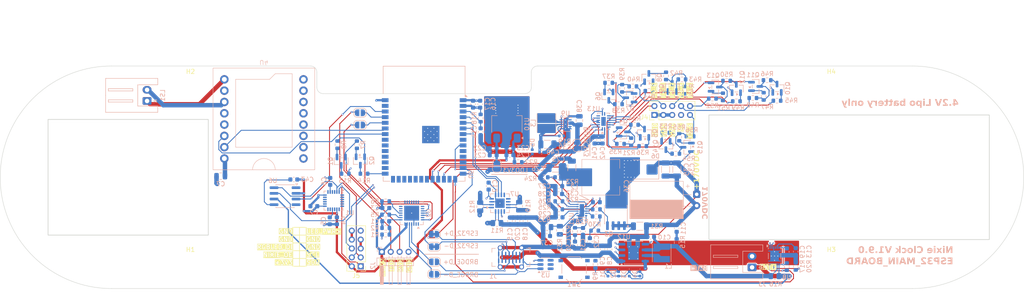
<source format=kicad_pcb>
(kicad_pcb (version 20241229) (generator "pcbnew") (generator_version "9.0")
  (layers (0 "F.Cu" signal) (4 "In1.Cu" signal) (6 "In2.Cu" signal) (2 "B.Cu" signal) (13 "F.Paste" user) (15 "B.Paste" user) (5 "F.SilkS" user "F.Silkscreen") (7 "B.SilkS" user "B.Silkscreen") (1 "F.Mask" user) (3 "B.Mask" user) (25 "Edge.Cuts" user))
  (net 0 "")
  (net 1 "GND")
  (net 2 "USB_D-")
  (net 3 "USB_D+")
  (net 4 "VBUS")
  (net 9 "Net-(JP1-B)")
  (net 10 "VBAT")
  (net 11 "Net-(JP2-B)")
  (net 12 "Net-(U1-REGOUT)")
  (net 13 "U0RXD")
  (net 15 "Net-(U2-~{RST})")
  (net 16 "+3V3")
  (net 17 "Net-(U2-VBUS)")
  (net 18 "Net-(U2-~{SUSPEND})")
  (net 19 "Net-(D1-A)")
  (net 20 "~{NIXIE_OE}")
  (net 21 "Net-(D1-K)")
  (net 22 "+5V")
  (net 23 "I2C0_SDA")
  (net 24 "I2C0_SCL")
  (net 25 "U0TXD")
  (net 26 "/hv_power/PWR_HV+")
  (net 28 "RGB_LED_DI")
  (net 29 "Net-(U1-CPOUT)")
  (net 30 "Net-(U12-BAT)")
  (net 31 "Net-(C11-Pad1)")
  (net 32 "Net-(Q1-C)")
  (net 33 "Net-(Q1-B)")
  (net 34 "Net-(Q2-B)")
  (net 35 "Net-(Q2-C)")
  (net 40 "RTS")
  (net 46 "DTR")
  (net 53 "Net-(U11-SS)")
  (net 54 "Net-(C30-Pad1)")
  (net 55 "Net-(U11-COMP)")
  (net 56 "U1TXD")
  (net 57 "Net-(C32-Pad1)")
  (net 58 "U1RXD")
  (net 59 "PWR_HV_VCC")
  (net 60 "Net-(U11-FB)")
  (net 61 "Net-(D3-A)")
  (net 62 "Net-(D5-K)")
  (net 63 "Net-(D6-A)")
  (net 64 "~{RTC_INT}")
  (net 65 "CHIP_PU")
  (net 66 "GPIO0")
  (net 67 "Net-(J2-Pin_2)")
  (net 68 "Net-(J2-Pin_3)")
  (net 69 "Net-(JP5-B)")
  (net 70 "Net-(JP6-B)")
  (net 71 "Net-(U12-SW)")
  (net 72 "Net-(U4-SPK_2)")
  (net 73 "Net-(U4-SPK_1)")
  (net 74 "Net-(Q3-S-Pad1)")
  (net 75 "Net-(Q3-G)")
  (net 76 "Net-(R9-Pad1)")
  (net 77 "Net-(U12-KEY)")
  (net 78 "Net-(U8-BIN)")
  (net 79 "Net-(U11-UVLO{slash}EN{slash}SYNC)")
  (net 80 "Net-(U11-RT)")
  (net 81 "Net-(U11-CS)")
  (net 82 "Net-(U11-GATE)")
  (net 86 "LED_PWR+")
  (net 87 "+5V_CHG")
  (net 91 "HV_PWR+")
  (net 120 "/nixie_anode_mux/T3_E")
  (net 122 "/nixie_anode_mux/T4_E")
  (net 127 "/nixie_anode_mux/T1_E")
  (net 138 "Net-(U8-V_{DD})")
  (net 139 "BAT_LOW")
  (net 140 "HV_PG")
  (net 144 "/nixie_anode_mux/T5_E")
  (net 145 "/nixie_anode_mux/T0_E")
  (net 146 "/nixie_anode_mux/T2_E")
  (net 147 "Net-(Q4-C)")
  (net 148 "Net-(Q4-B)")
  (net 149 "Net-(Q5-C)")
  (net 151 "Net-(JP8-B)")
  (net 152 "Net-(JP7-B)")
  (net 153 "Net-(U9-SW)")
  (net 154 "Net-(U9-PG)")
  (net 155 "Net-(Q5-B)")
  (net 156 "Net-(Q6-B)")
  (net 157 "Net-(Q6-C)")
  (net 158 "Net-(Q7-C)")
  (net 159 "Net-(Q7-B)")
  (net 160 "Net-(Q8-B)")
  (net 161 "Net-(Q8-C)")
  (net 162 "Net-(Q9-B)")
  (net 163 "Net-(Q9-C)")
  (net 164 "Net-(Q10-C)")
  (net 165 "Net-(Q10-B)")
  (net 166 "Net-(Q11-C)")
  (net 167 "Net-(Q11-B)")
  (net 168 "Net-(Q12-C)")
  (net 169 "Net-(Q12-B)")
  (net 170 "Net-(Q13-B)")
  (net 171 "Net-(Q13-C)")
  (net 172 "Net-(Q14-B)")
  (net 173 "Net-(Q14-C)")
  (net 174 "Net-(Q15-B)")
  (net 175 "Net-(Q15-C)")
  (net 176 "/nixie_anode_mux/T1")
  (net 177 "/nixie_anode_mux/T0")
  (net 178 "/nixie_anode_mux/T2")
  (net 179 "T1_B")
  (net 180 "T0_B")
  (net 181 "T5_B")
  (net 182 "T2_B")
  (net 183 "T4_B")
  (net 184 "T3_B")
  (footprint "Connector_PinHeader_2.00mm:PinHeader_2x05_P2.00mm_Vertical" (layer "F.Cu") (at 178.25 107 90)
    (property "Reference" "J4")
    (property "Value" "Conn_02x05_Odd_Even")
  )
  (footprint "MountingHole:MountingHole_3.2mm_M3_DIN965" (layer "F.Cu") (at 218 101)
    (property "Reference" "H4")
    (property "Value" "MountingHole")
  )
  (footprint "MountingHole:MountingHole_3.2mm_M3_DIN965" (layer "F.Cu") (at 74 101)
    (property "Reference" "H2")
    (property "Value" "MountingHole")
  )
  (footprint "MountingHole:MountingHole_3.2mm_M3_DIN965" (layer "F.Cu") (at 218 141)
    (property "Reference" "H3")
    (property "Value" "MountingHole")
  )
  (footprint "MountingHole:MountingHole_3.2mm_M3_DIN965" (layer "F.Cu") (at 74 141)
    (property "Reference" "H1")
    (property "Value" "MountingHole")
  )
  (footprint "Connector_PinHeader_2.00mm:PinHeader_2x05_P2.00mm_Vertical" (layer "F.Cu") (at 112.25 141 180)
    (property "Reference" "J5")
    (property "Value" "Conn_02x05_Odd_Even")
  )
  (footprint "Package_TO_SOT_SMD:SOT-23" (layer "B.Cu") (at 191.9125 100.725)
    (property "Reference" "Q13")
    (property "Value" "MMBTA92")
  )
  (footprint "Capacitor_SMD:C_0603_1608Metric" (layer "B.Cu") (at 145.8 130.825 90)
    (property "Reference" "C15")
    (property "Value" "22u")
  )
  (footprint "RF_Module:ESP32-S3-WROOM-1" (layer "B.Cu") (at 126.5 108.94 180)
    (property "Reference" "U5")
    (property "Value" "ESP32-S3-WROOM1")
  )
  (footprint "Connector_JST:JST_XH_S2B-XH-A_1x02_P2.50mm_Horizontal" (layer "B.Cu") (at 64.245 103.85 90)
    (property "Reference" "LS1")
    (property "Value" "Speaker")
  )
  (footprint "Resistor_SMD:R_0603_1608Metric" (layer "B.Cu") (at 183.25 135.675 90)
    (property "Reference" "R15")
    (property "Value" "2")
  )
  (footprint "Resistor_SMD:R_0603_1608Metric" (layer "B.Cu") (at 173.775 109.2 180)
    (property "Reference" "R34")
    (property "Value" "470k")
  )
  (footprint "Resistor_SMD:R_0603_1608Metric" (layer "B.Cu") (at 156.775 126.4)
    (property "Reference" "R26")
    (property "Value" "10k")
  )
  (footprint "Package_TO_SOT_SMD:SOT-23" (layer "B.Cu") (at 171.2625 110.8)
    (property "Reference" "Q4")
    (property "Value" "MMBTA92")
  )
  (footprint "LED_SMD:LED_0402_1005Metric" (layer "B.Cu") (at 167.81 142.715 -90)
    (property "Reference" "D1")
    (property "Value" "LED")
  )
  (footprint "johnson:DFPlayer_mini" (layer "B.Cu") (at 90.5 104.08)
    (property "Reference" "U4")
    (property "Value" "DFPlayer_mini")
  )
  (footprint "Resistor_SMD:R_0603_1608Metric" (layer "B.Cu") (at 171 101 90)
    (property "Reference" "R39")
    (property "Value" "1M")
  )
  (footprint "Jumper:SolderJumper-2_P1.3mm_Open_RoundedPad1.0x1.5mm" (layer "B.Cu") (at 142.85 118.45 90)
    (property "Reference" "JP8" (hide yes))
    (property "Value" "NO")
  )
  (footprint "Resistor_SMD:R_0603_1608Metric" (layer "B.Cu") (at 117.875 133.88 180)
    (property "Reference" "R1")
    (property "Value" "22.1k")
  )
  (footprint "Package_TO_SOT_SMD:SOT-23" (layer "B.Cu") (at 205.8 100.9875 90)
    (property "Reference" "Q10")
    (property "Value" "MMBTA42")
  )
  (footprint "Capacitor_SMD:C_0603_1608Metric" (layer "B.Cu") (at 177.4 134.4 180)
    (property "Reference" "C10")
    (property "Value" "10u")
  )
  (footprint "Resistor_SMD:R_0603_1608Metric" (layer "B.Cu") (at 113 120.2 180)
    (property "Reference" "R14")
    (property "Value" "0")
  )
  (footprint "Resistor_SMD:R_0805_2012Metric" (layer "B.Cu") (at 142.8675 131.29)
    (property "Reference" "R11")
    (property "Value" "10m 50ppm")
  )
  (footprint "Resistor_SMD:R_0603_1608Metric" (layer "B.Cu") (at 184.4375 99)
    (property "Reference" "R43")
    (property "Value" "1M")
  )
  (footprint "Resistor_SMD:R_0603_1608Metric" (layer "B.Cu") (at 202.8 102.8125 -90)
    (property "Reference" "R47")
    (property "Value" "1M")
  )
  (footprint "Resistor_SMD:R_0603_1608Metric" (layer "B.Cu") (at 160.4 133.175 -90)
    (property "Reference" "R27")
    (property "Value" "30k")
  )
  (footprint "Capacitor_SMD:C_0805_2012Metric" (layer "B.Cu") (at 80.8 120.75 180)
    (property "Reference" "C7")
    (property "Value" "100uF")
  )
  (footprint "Capacitor_SMD:C_0603_1608Metric" (layer "B.Cu") (at 145.775 114.4)
    (property "Reference" "C23")
    (property "Value" "0.1u")
  )
  (footprint "johnson:PowerInductor_8mmx8.5mm" (layer "B.Cu") (at 166.2 121)
    (property "Reference" "L2")
    (property "Value" "PSPMAA0805-100M-ANP")
  )
  (footprint "Package_DFN_QFN:QFN-28-1EP_5x5mm_P0.5mm_EP3.35x3.35mm" (layer "B.Cu") (at 123.7 129.05 90)
    (property "Reference" "U2")
    (property "Value" "CP2102N-A02-GQFN28")
  )
  (footprint "Capacitor_SMD:C_0603_1608Metric" (layer "B.Cu") (at 117.9 127.905 180)
    (property "Reference" "C3")
    (property "Value" "10u")
  )
  (footprint "Button_Switch_SMD:SW_Push_1P1T_XKB_TS-1187A" (layer "B.Cu") (at 160.2 141.6 180)
    (property "Reference" "SW1")
    (property "Value" "SW_MEC_5G")
  )
  (footprint "Capacitor_SMD:C_0603_1608Metric" (layer "B.Cu") (at 162.2 133.175 -90)
    (property "Reference" "C31")
    (property "Value" "33p")
  )
  (footprint "Capacitor_SMD:C_0603_1608Metric" (layer "B.Cu") (at 105.3 130.775 -90)
    (property "Reference" "C5")
    (property "Value" "0.1u")
  )
  (footprint "Capacitor_SMD:C_0603_1608Metric" (layer "B.Cu") (at 210 137.7 -90)
    (property "Reference" "C13")
    (property "Value" "0.47u")
  )
  (footprint "Connector_USB:USB_C_Receptacle_G-Switch_GT-USB-7051x" (layer "B.Cu") (at 146 139 180)
    (property "Reference" "J1")
    (property "Value" "USB_C_Receptacle_USB2.0_16P")
  )
  (footprint "Capacitor_SMD:C_0603_1608Metric" (layer "B.Cu") (at 156.825 130 180)
    (property "Reference" "C29")
    (property "Value" "180n")
  )
  (footprint "Resistor_SMD:R_0603_1608Metric" (layer "B.Cu") (at 117.875 132.38 180)
    (property "Reference" "R2")
    (property "Value" "47.5k")
  )
  (footprint "Resistor_SMD:R_0603_1608Metric" (layer "B.Cu") (at 175.625 114)
    (property "Reference" "R36")
    (property "Value" "10k")
  )
  (footprint "Jumper:SolderJumper-2_P1.3mm_Open_RoundedPad1.0x1.5mm" (layer "B.Cu") (at 112.1 106.5)
    (property "Reference" "JP4" (hide yes))
    (property "Value" "NO")
  )
  (footprint "Resistor_SMD:R_0603_1608Metric" (layer "B.Cu") (at 170.625 113.5 180)
    (property "Reference" "R35")
    (property "Value" "47k")
  )
  (footprint "Jumper:SolderJumper-2_P1.3mm_Open_RoundedPad1.0x1.5mm" (layer "B.Cu") (at 112.1 109.25)
    (property "Reference" "JP3" (hide yes))
    (property "Value" "NO")
  )
  (footprint "Resistor_SMD:R_0603_1608Metric" (layer "B.Cu") (at 208 141.075 -90)
    (property "Reference" "R17")
    (property "Value" "10k")
  )
  (footprint "Resistor_SMD:R_0603_1608Metric" (layer "B.Cu") (at 156.75 121 180)
    (property "Reference" "R23")
    (property "Value" "50k")
  )
  (footprint "Capacitor_SMD:C_0603_1608Metric" (layer "B.Cu") (at 137.5 104.575 90)
    (property "Reference" "C17")
    (property "Value" "0.1u")
  )
  (footprint "Resistor_SMD:R_0603_1608Metric" (layer "B.Cu") (at 180.8 111 180)
    (property "Reference" "R53")
    (property "Value" "10k")
  )
  (footprint "Diode_SMD:D_SMB" (layer "B.Cu") (at 175.575 119.25 180)
    (property "Reference" "D6")
    (property "Value" "ES5EB")
  )
  (footprint "Package_SON:Texas_S-PDSO-N12" (layer "B.Cu") (at 205.25 138.7 -90)
    (property "Reference" "U8")
    (property "Value" "BQ27441DRZR-G1A")
  )
  (footprint "Capacitor_SMD:C_1206_3216Metric" (layer "B.Cu") (at 159.695 118.85 90)
    (property "Reference" "C25")
    (property "Value" "100u")
  )
  (footprint "Package_TO_SOT_SMD:SOT-23" (layer "B.Cu") (at 182.2625 100.8 90)
    (property "Reference" "Q9")
    (property "Value" "MMBTA92")
  )
  (footprint "Capacitor_SMD:C_0603_1608Metric" (layer "B.Cu") (at 142.025 114.45 180)
    (property "Reference" "C22")
    (property "Value" "0.1u")
  )
  (footprint "Capacitor_SMD:C_1206_3216Metric" (layer "B.Cu") (at 154.2 113.6)
    (property "Reference" "C39")
    (property "Value" "22u/10V")
  )
  (footprint "Package_DFN_QFN:DHVQFN-16-1EP_2.5x3.5mm_P0.5mm_EP1x2mm" (layer "B.Cu") (at 166.8125 108.45)
    (property "Reference" "U13")
    (property "Value" "74HC238")
  )
  (footprint "Resistor_SMD:R_0603_1608Metric" (layer "B.Cu") (at 165.175 129.8 180)
    (property "Reference" "R28")
    (property "Value" "0")
  )
  (footprint "Package_SON:WSON-10-1EP_2x3mm_P0.5mm_EP0.84x2.4mm_ThermalVias" (layer "B.Cu") (at 158.280952 109.09 180)
    (property "Reference" "U9")
    (property "Value" "TPS62177DQC")
  )
  (footprint "Package_TO_SOT_SMD:SOT-23" (layer "B.Cu") (at 185.625 114.2625 180)
    (property "Reference" "Q15")
    (property "Value" "MMBTA92")
  )
  (footprint "Capacitor_SMD:C_0603_1608Metric" (layer "B.Cu") (at 160.4 136.225 -90)
    (property "Reference" "C30")
    (property "Value" "18n")
  )
  (footprint "Resistor_SMD:R_0603_1608Metric" (layer "B.Cu") (at 185.0625 101.425 -90)
    (property "Reference" "R44")
    (property "Value" "47k")
  )
  (footprint "Resistor_SMD:R_0603_1608Metric" (layer "B.Cu") (at 191.275 103.325 180)
    (property "Reference" "R52")
    (property "Value" "47k")
  )
  (footprint "Package_TO_SOT_SMD:SOT-23" (layer "B.Cu") (at 172.7375 103.125 180)
    (property "Reference" "Q7")
    (property "Value" "MMBTA92")
  )
  (footprint "Connector_PinHeader_2.00mm:PinHeader_1x04_P2.00mm_Horizontal" (layer "B.Cu") (at 117 137.75 -90)
    (property "Reference" "J2")
    (property "Value" "UART_DEBUG")
  )
  (footprint "Resistor_SMD:R_0805_2012Metric" (layer "B.Cu") (at 147.8675 127.49 -90)
    (property "Reference" "R10")
    (property "Value" "10m 50ppm")
  )
  (footprint "Package_DFN_QFN:Texas_RGV0016A_VQFN-16-1EP_4x4mm_P0.65mm_EP2.1x2.1mm" (layer "B.Cu") (at 143.5375 126.825)
    (property "Reference" "U7")
    (property "Value" "INA3221")
  )
  (footprint "LED_SMD:LED_0402_1005Metric" (layer "B.Cu") (at 172.6 142.715 -90)
    (property "Reference" "D3")
    (property "Value" "LED")
  )
  (footprint "Capacitor_SMD:C_0603_1608Metric" (layer "B.Cu") (at 139.2 110.775 -90)
    (property "Reference" "C14")
    (property "Value" "1u")
  )
  (footprint "Capacitor_SMD:C_1206_3216Metric" (layer "B.Cu") (at 156.02 118.925 180)
    (property "Reference" "C26")
    (property "Value" "100u")
  )
  (footprint "Capacitor_SMD:C_0603_1608Metric" (layer "B.Cu") (at 166.6 112.625 -90)
    (property "Reference" "C42")
    (property "Value" "0.1u")
  )
  (footprint "LED_SMD:LED_0402_1005Metric" (layer "B.Cu") (at 170.2 142.715 -90)
    (property "Reference" "D2")
    (property "Value" "LED")
  )
  (footprint "Capacitor_SMD:C_0402_1005Metric" (layer "B.Cu") (at 152.92 115.4)
    (property "Reference" "C40")
    (property "Value" "100n")
  )
  (footprint "Capacitor_SMD:C_0603_1608Metric" (layer "B.Cu") (at 149.25 130.825 90)
    (property "Reference" "C18")
    (property "Value" "22u")
  )
  (footprint "Package_TO_SOT_SMD:SOT-23" (layer "B.Cu") (at 201 100.5875)
    (property "Reference" "Q11")
    (property "Value" "MMBTA92")
  )
  (footprint "Resistor_SMD:R_0603_1608Metric" (layer "B.Cu") (at 117.85 129.405 180)
    (property "Reference" "R5")
    (property "Value" "1k")
  )
  (footprint "Sensor_Motion:InvenSense_QFN-24_4x4mm_P0.5mm" (layer "B.Cu") (at 106.15 126.25 180)
    (property "Reference" "U1")
    (property "Value" "MPU-6050")
  )
  (footprint "Capacitor_SMD:C_0603_1608Metric" (layer "B.Cu") (at 168.2 137.175 90)
    (property "Reference" "C8")
    (property "Value" "0.1u")
  )
  (footprint "Resistor_SMD:R_0805_2012Metric" (layer "B.Cu") (at 154.1125 132.2 180)
    (property "Reference" "R33")
    (property "Value" "6k")
  )
  (footprint "Package_TO_SOT_SMD:SOT-23" (layer "B.Cu") (at 112.175 117.3375 -90)
    (property "Reference" "Q2")
    (property "Value" "MMBT3904")
  )
  (footprint "Capacitor_SMD:C_0603_1608Metric" (layer "B.Cu") (at 147.5 130.825 90)
    (property "Reference" "C20")
    (property "Value" "22u")
  )
  (footprint "Resistor_SMD:R_0603_1608Metric" (layer "B.Cu") (at 167.975 99.775 180)
    (property "Reference" "R37")
    (property "Value" "10k")
  )
  (footprint "Resistor_SMD:R_0603_1608Metric" (layer "B.Cu") (at 183.825 111.975 90)
    (property "Reference" "R55")
    (property "Value" "1M")
  )
  (footprint "Resistor_SMD:R_1206_3216Metric" (layer "B.Cu") (at 175 132)
    (property "Reference" "R31")
    (property "Value" "LMJ12MF1P0R047")
  )
  (footprint "Package_SON:WSON-12-1EP_3x2mm_P0.5mm_EP1x2.65" (layer "B.Cu") (at 161.95 128.35 180)
    (property "Reference" "U11")
    (property "Value" "LM5155")
  )
  (footprint "LED_SMD:LED_0402_1005Metric" (layer "B.Cu") (at 150.8 115.285 90)
    (property "Reference" "D5")
    (property "Value" "R_LED")
  )
  (footprint "Resistor_SMD:R_0603_1608Metric" (layer "B.Cu") (at 205.8 103.8)
    (property "Reference" "R45")
    (property "Value" "10k")
  )
  (footprint "Resistor_SMD:R_0603_1608Metric" (layer "B.Cu") (at 111.4 113.675 90)
    (property "Reference" "R7")
    (property "Value" "10k")
  )
  (footprint "Resistor_SMD:R_0805_2012Metric" (layer "B.Cu") (at 139.1 127.6 90)
    (property "Reference" "R12")
    (property "Value" "10m 50ppm")
  )
  (footprint "Resistor_SMD:R_0603_1608Metric" (layer "B.Cu") (at 183.05 115.7)
    (property "Reference" "R54")
    (property "Value" "470k")
  )
  (footprint "Package_SO:HTSOP-8-1EP_3.9x4.9mm_P1.27mm_EP2.4x3.2mm_ThermalVias" (layer "B.Cu") (at 173.55 137.95)
    (property "Reference" "U12")
    (property "Value" "IP5305T")
  )
  (footprint "Capacitor_SMD:C_0603_1608Metric" (layer "B.Cu") (at 117.875 130.88 180)
    (property "Reference" "C1")
    (property "Value" "1u")
  )
  (footprint "Capacitor_SMD:C_1206_3216Metric" (layer "B.Cu") (at 183.3 119.25 -90)
    (property "Reference" "C34")
    (property "Value" "0.1u/200V")
  )
  (footprint "Capacitor_SMD:C_0603_1608Metric" (layer "B.Cu") (at 156.75 123 180)
    (property "Reference" "C27")
    (property "Value" "10u")
  )
  (footprint "Capacitor_SMD:C_0603_1608Metric" (layer "B.Cu") (at 165.2 126.6 180)
    (property "Reference" "C33")
    (property "Value" "1u")
  )
  (footprint "Package_TO_SOT_SMD:SOT-23" (layer "B.Cu") (at 107.875 117.3875 -90)
    (property "Reference" "Q1")
    (property "Value" "MMBT3904")
  )
  (footprint "Jumper:SolderJumper-2_P1.3mm_Open_RoundedPad1.0x1.5mm" (layer "B.Cu") (at 128.75 140 180)
    (property "Reference" "JP2" (hide yes))
    (property "Value" "NO")
  )
  (footprint "Capacitor_SMD:C_0603_1608Metric" (layer "B.Cu") (at 208 137.75 -90)
    (property "Reference" "C19")
    (property "Value" "1u")
  )
  (footprint "Package_TO_SOT_SMD:SOT-23" (layer "B.Cu") (at 177 98.6 90)
    (property "Reference" "Q8")
    (property "Value" "MMBTA42")
  )
  (footprint "Resistor_SMD:R_0603_1608Metric" (layer "B.Cu") (at 177.025 101.6)
    (property "Reference" "R41")
    (property "Value" "10k")
  )
  (footprint "johnson:L_SMD_4040" (layer "B.Cu") (at 177.6875 138.05 90)
    (property "Reference" "L1")
    (property "Value" "PRS4018-2R2NT")
  )
  (footprint "Resistor_SMD:R_0402_1005Metric" (layer "B.Cu") (at 157.41 111.7 180)
    (property "Reference" "R19")
    (property "Value" "100k")
  )
  (footprint "Resistor_SMD:R_0603_1608Metric" (layer "B.Cu") (at 165 140.575 -90)
    (property "Reference" "R9")
    (property "Value" "10k")
  )
  (footprint "Jumper:SolderJumper-2_P1.3mm_Open_RoundedPad1.0x1.5mm" (layer "B.Cu") (at 128.75 142.8 180)
    (property "Reference" "JP1" (hide yes))
    (property "Value" "NO")
  )
  (footprint "Package_TO_SOT_SMD:SOT-23" (layer "B.Cu") (at 196.65 101.0625 90)
    (property "Reference" "Q12")
    (property "Value" "MMBTA42")
  )
  (footprint "Resistor_SMD:R_0603_1608Metric" (layer "B.Cu") (at 194.475 99.325 180)
    (property "Reference" "R50")
    (property "Value" "470k")
  )
  (footprint "Resistor_SMD:R_0603_1608Metric" (layer "B.Cu") (at 210 141 -90)
    (property "Reference" "R20")
    (property "Value" "10k")
  )
  (footprint "Capacitor_SMD:C_0603_1608Metric" (layer "B.Cu") (at 105.4 121.925 90)
    (property "Reference" "C6")
    (property "Value" "2.2n")
  )
  (footprint "Capacitor_SMD:C_0603_1608Metric" (layer "B.Cu") (at 139.1 104.575 90)
    (property "Reference" "C16")
    (property "Value" "10u")
  )
  (footprint "Package_SO:SOIC-8_3.9x4.9mm_P1.27mm" (layer "B.Cu") (at 169.6 129.4 90)
    (property "Reference" "Q3")
    (property "Value" "FDS2734")
  )
  (footprint "Capacitor_SMD:C_0603_1608Metric" (layer "B.Cu") (at 166.6 137.175 90)
    (property "Reference" "C9")
    (property "Value" "10u")
  )
  (footprint "Capacitor_SMD:C_0603_1608Metric" (layer "B.Cu") (at 142.025 116.05 180)
    (property "Reference" "C21")
    (property "Value" "10u")
  )
  (footprint "Capacitor_SMD:C_0805_2012Metric" (layer "B.Cu") (at 161.4 108.25 90)
    (property "Reference" "C38")
    (property "Value" "2.2u/35V")
  )
  (footprint "Capacitor_SMD:C_0603_1608Metric" (layer "B.Cu") (at 164.8 112.625 -90)
    (property "Reference" "C41")
    (property "Value" "1u")
  )
  (footprint "Package_TO_SOT_SMD:SOT-23-6" (layer "B.Cu") (at 153.7875 140.6)
    (property "Reference" "U3")
    (property "Value" "SRV05-4")
  )
  (footprint "Resistor_SMD:R_0603_1608Metric" (layer "B.Cu") (at 200.375 103.1875 180)
    (property "Reference" "R48")
    (property "Value" "47k")
  )
  (footprint "Jumper:SolderJumper-2_P1.3mm_Bridged_RoundedPad1.0x1.5mm" (layer "B.Cu") (at 160.95 113.85 90)
    (property "Reference" "JP7" (hide yes))
    (property "Value" "NC")
  )
  (footprint "Inductor_SMD:L_Changjiang_FNR4010S" (layer "B.Cu") (at 154 108.8 -90)
    (property "Reference" "L3")
    (property "Value" "10uH")
  )
  (footprint "Resistor_SMD:R_0603_1608Metric" (layer "B.Cu") (at 147.625 117.6 180)
    (property "Reference" "R22")
    (property "Value" "10k")
  )
  (footprint "Resistor_SMD:R_0603_1608Metric" (layer "B.Cu") (at 196.675 103.925)
    (property "Reference" "R49")
    (property "Value" "10k")
  )
  (footprint "Resistor_SMD:R_0603_1608Metric" (layer "B.Cu") (at 107.025 113.675 90)
    (property "Reference" "R8")
    (property "Value" "10k")
  )
  (footprint "Capacitor_SMD:C_0603_1608Metric" (layer "B.Cu") (at 106.9 130.775 90)
    (property "Reference" "C4")
    (property "Value" "0.1u")
  )
  (footprint "Package_SO:SOIC-8_3.9x4.9mm_P1.27mm" (layer "B.Cu") (at 95.25 125.25 180)
    (property "Reference" "U6")
    (property "Value" "DS3231MZ")
  )
  (footprint "johnson:Cap_THT_D8.0mm_L12mm_Horizontal" (layer "B.Cu") (at 187.75 126.1 -90)
    (property "Reference" "C36")
    (property "Value" "10u/400v")
  )
  (footprint "Resistor_SMD:R_0603_1608Metric" (layer "B.Cu") (at 156.75 128.2 180)
    (property "Reference" "R25")
    (property "Value" "220k")
  )
  (footprint "Package_TO_SOT_SMD:SOT-23" (layer "B.Cu") (at 180.825 113.8625 -90)
    (property "Reference" "Q14")
    (property "Value" "MMBTA42")
  )
  (footprint "Resistor_SMD:R_0603_1608Metric" (layer "B.Cu") (at 203.575 99.1875 180)
    (property "Reference" "R46")
    (property "Value" "470k")
  )
  (footprint "Resistor_SMD:R_0603_1608Metric" (layer "B.Cu") (at 139.2 107.7 -90)
    (property "Reference" "R18")
    (property "Value" "10k")
  )
  (footprint "Capacitor_SMD:C_0603_1608Metric" (layer "B.Cu") (at 183.25 132.475 90)
    (property "Reference" "C11")
    (property "Value" "10u")
  )
  (footprint "Capacitor_SMD:C_0603_1608Metric" (layer "B.Cu") (at 101.725 127.5)
    (property "Reference" "C2")
    (property "Value" "10n")
  )
  (footprint "Resistor_SMD:R_0603_1608Metric" (layer "B.Cu") (at 164.825 133 180)
    (property "Reference" "R30")
    (property "Value" "0")
  )
  (footprint "Resistor_SMD:R_0603_1608Metric" (layer "B.Cu") (at 193.65 102.925 -90)
    (property "Reference" "R51")
    (property "Value" "1M")
  )
  (footprint "LED_SMD:LED_0402_1005Metric" (layer "B.Cu") (at 175 142.715 -90)
    (property "Reference" "D4")
    (property "Value" "LED")
  )
  (footprint "Resistor_SMD:R_0603_1608Metric" (layer "B.Cu") (at 173.025 113.025 -90)
    (property "Reference" "R21")
    (property "Value" "1M")
  )
  (footprint "Resistor_SMD:R_0603_1608Metric" (layer "B.Cu") (at 153.46 121 180)
    (property "Reference" "R24")
    (property "Value" "25k")
  )
  (footprint "Package_TO_SOT_SMD:SOT-223-3_TabPin2" (layer "B.Cu") (at 145.1 109.05 90)
    (property "Reference" "U10")
    (property "Value" "AMS1117")
  )
  (footprint "Package_TO_SOT_SMD:SOT-23" (layer "B.Cu") (at 176.025 111.1 90)
    (property "Reference" "Q5")
    (property "Value" "MMBTA42")
  )
  (footprint "Resistor_SMD:R_0603_1608Metric" (layer "B.Cu") (at 186.25 111.8)
    (property "Reference" "R56")
    (property "Value" "47k")
  )
  (footprint "Resistor_SMD:R_0805_2012Metric" (layer "B.Cu") (at 205.3125 143.2)
    (property "Reference" "R16")
    (property "Value" "10m 50ppm")
  )
  (footprint "Package_TO_SOT_SMD:SOT-23" (layer "B.Cu") (at 168 102.775 -90)
    (property "Reference" "Q6")
    (property "Value" "MMBTA42")
  )
  (footprint "Resistor_SMD:R_0603_1608Metric" (layer "B.Cu") (at 117.85 126.405)
    (property "Reference" "R6")
    (property "Value" "1k")
  )
  (footprint "Resistor_SMD:R_0603_1608Metric" (layer "B.Cu") (at 165.2 128.2)
    (property "Reference" "R29")
    (property "Value" "0")
  )
  (footprint "Resistor_SMD:R_0603_1608Metric" (layer "B.Cu") (at 180.8625 98.225 -90)
    (property "Reference" "R42")
    (property "Value" "470k")
  )
  (footprint "Capacitor_SMD:C_0603_1608Metric" (layer "B.Cu") (at 141 122.975 90)
    (property "Reference" "C12")
    (property "Value" "0.1u")
  )
  (footprint "Resistor_SMD:R_0805_2012Metric" (layer "B.Cu") (at 157 132.9125 90)
    (property "Reference" "R32")
    (property "Value" "1M")
  )
  (footprint "Resistor_SMD:R_0603_1608Metric" (layer "B.Cu") (at 170.175 104.575)
    (property "Reference" "R38")
    (property "Value" "470k")
  )
  (footprint "Jumper:SolderJumper-2_P1.3mm_Bridged_RoundedPad1.0x1.5mm" (layer "B.Cu") (at 128.75 133.8 180)
    (property "Reference" "JP6" (hide yes))
    (property "Value" "NC")
  )
  (footprint "Capacitor_SMD:C_0603_1608Metric" (layer "B.Cu") (at 97.225 121.5 180)
    (property "Reference" "C43")
    (property "Value" "0.1u")
  )
  (footprint "Capacitor_SMD:C_0603_1608Metric" (layer "B.Cu") (at 154.025 134.2 180)
    (property "Reference" "C37")
    (property "Value" "NC")
  )
  (footprint "Connector_JST:JST_XH_S2B-XH-A_1x02_P2.50mm_Horizontal" (layer "B.Cu") (at 200.195 141.25 90)
    (property "Reference" "J3")
    (property "Value" "BAT1")
  )
  (footprint "Capacitor_SMD:C_0603_1608Metric" (layer "B.Cu") (at 163.75 135.45 -90)
    (property "Reference" "C32")
    (property "Value" "1n")
  )
  (footprint "Jumper:SolderJumper-2_P1.3mm_Bridged_RoundedPad1.0x1.5mm" (layer "B.Cu") (at 128.75 136.6 180)
    (property "Reference" "JP5" (hide yes))
    (property "Value" "NC")
  )
  (footprint "Resistor_SMD:R_0603_1608Metric" (layer "B.Cu") (at 108.775 120.2 180)
    (property "Reference" "R13")
    (property "Value" "0")
  )
  (footprint "Capacitor_SMD:C_1206_3216Metric" (layer "B.Cu") (at 180.75 119.25 -90)
    (property "Reference" "C35")
    (property "Value" "0.47u/200V")
  )
  (footprint "Capacitor_SMD:C_0603_1608Metric" (layer "B.Cu") (at 156.725 124.75 180)
    (property "Reference" "C28")
    (property "Value" "0.1u")
  )
  (footprint "Capacitor_SMD:C_0603_1608Metric" (layer "B.Cu") (at 145.775 116)
    (property "Reference" "C24")
    (property "Value" "10u")
  )
  (footprint "Resistor_SMD:R_0603_1608Metric" (layer "B.Cu") (at 173.4 100.575)
    (property "Reference" "R40")
    (property "Value" "47k")
  )
  (gr_line (start 97 134) (end 100 134) (stroke (width 0.15)) (layer "F.SilkS"))
  (gr_rect (start 97 132.25) (end 100 141) (stroke (width 0.15)) (fill no) (layer "F.SilkS"))
  (gr_line (start 97 135.75) (end 100 135.75) (stroke (width 0.15)) (layer "F.SilkS"))
  (gr_line (start 98.5 132.25) (end 98.5 141) (stroke (width 0.15)) (layer "F.SilkS"))
  (gr_line (start 97 137.5) (end 100 137.5) (stroke (width 0.15)) (layer "F.SilkS"))
  (gr_line (start 97 139.25) (end 100 139.25) (stroke (width 0.15)) (layer "F.SilkS"))
  (gr_line (start 141.65 120.35) (end 149.7 120.35) (stroke (width 0.15)) (layer "B.SilkS"))
  (gr_line (start 163.75 116.2) (end 163.75 109.75) (stroke (width 0.15)) (layer "B.SilkS"))
  (gr_line (start 163.6 126.09) (end 161.4 125) (stroke (width 0.15)) (layer "B.SilkS"))
  (gr_line (start 138.725 138.3) (end 126.475 138.3) (stroke (width 0.15)) (layer "B.SilkS"))
  (gr_line (start 161.4 126) (end 163.6 126.09) (stroke (width 0.15)) (layer "B.SilkS"))
  (gr_rect (start 42 108) (end 78 134) (stroke (width 0.15)) (fill no) (layer "Edge.Cuts"))
  (gr_arc (start 150.589949 97.4) (mid 151 96.410051) (end 151.989949 96) (stroke (width 0.1)) (layer "Edge.Cuts"))
  (gr_line (start 102.4 100.8) (end 102.4 97.4) (stroke (width 0.1)) (layer "Edge.Cuts"))
  (gr_arc (start 236.25 96) (mid 261.25 121) (end 236.25 146) (stroke (width 0.1)) (layer "Edge.Cuts"))
  (gr_arc (start 56.25 146) (mid 31.25 121) (end 56.25 96) (stroke (width 0.1)) (layer "Edge.Cuts"))
  (gr_line (start 149.2 102.2) (end 103.8 102.2) (stroke (width 0.1)) (layer "Edge.Cuts"))
  (gr_line (start 236.25 96) (end 151.989949 96) (stroke (width 0.1)) (layer "Edge.Cuts"))
  (gr_line (start 101 96) (end 56.25 96) (stroke (width 0.1)) (layer "Edge.Cuts"))
  (gr_arc (start 101 96) (mid 101.989949 96.410051) (end 102.4 97.4) (stroke (width 0.1)) (layer "Edge.Cuts"))
  (gr_arc (start 150.6 100.8) (mid 150.189949 101.789949) (end 149.2 102.2) (stroke (width 0.1)) (layer "Edge.Cuts"))
  (gr_line (start 236.25 146) (end 56.25 146) (stroke (width 0.1)) (layer "Edge.Cuts"))
  (gr_arc (start 103.8 102.2) (mid 102.810051 101.789949) (end 102.4 100.8) (stroke (width 0.1)) (layer "Edge.Cuts"))
  (gr_line (start 150.6 100.8) (end 150.589949 97.4) (stroke (width 0.1)) (layer "Edge.Cuts"))
  (gr_rect (start 190.5 107) (end 253.5 135) (stroke (width 0.15)) (fill no) (layer "Edge.Cuts"))
  (gr_text "RGBLED_DI" (at 97 137.25 0) (layer "F.SilkS" knockout) (effects (font (size 1 1)) (justify right bottom)))
  (gr_text "GND" (at 179 108.75 90) (layer "F.SilkS" knockout) (effects (font (size 1 1)) (justify right bottom)))
  (gr_text "TXD" (at 119.75 139.25 90) (layer "F.SilkS" knockout) (effects (font (size 1 1)) (justify right bottom)))
  (gr_text "LED_PWR+" (at 100 133.75 0) (layer "F.SilkS" knockout) (effects (font (size 1 1)) (justify left bottom)))
  (gr_text "GND" (at 181 108.75 90) (layer "F.SilkS" knockout) (effects (font (size 1 1)) (justify right bottom)))
  (gr_text "T1_E" (at 180.75 103.25 90) (layer "F.SilkS" knockout) (effects (font (size 1 1)) (justify left bottom)))
  (gr_text "SCL" (at 100 139 0) (layer "F.SilkS" knockout) (effects (font (size 1 1)) (justify left bottom)))
  (gr_text "GND" (at 100 135.5 0) (layer "F.SilkS" knockout) (effects (font (size 1 1)) (justify left bottom)))
  (gr_text "+3V3" (at 117.75 139.25 90) (layer "F.SilkS" knockout) (effects (font (size 1 1)) (justify right bottom)))
  (gr_text "NIXIE_OE" (at 97 139 0) (layer "F.SilkS" knockout) (effects (font (size 1 1)) (justify right bottom)))
  (gr_text "GND" (at 97 135.5 0) (layer "F.SilkS" knockout) (effects (font (size 1 1)) (justify right bottom)))
  (gr_text "GND" (at 123.75 139.25 90) (layer "F.SilkS" knockout) (effects (font (size 1 1)) (justify right bottom)))
  (gr_text "T0_E" (at 178.75 103.25 90) (layer "F.SilkS" knockout) (effects (font (size 1 1)) (justify left bottom)))
  (gr_text "T2_E" (at 182.75 103.25 90) (layer "F.SilkS" knockout) (effects (font (size 1 1)) (justify left bottom)))
  (gr_text "+3V3" (at 97 140.75 0) (layer "F.SilkS" knockout) (effects (font (size 1 1)) (justify right bottom)))
  (gr_text "BAT+" (at 201.75 141.75 0) (layer "F.SilkS" knockout) (effects (font (size 1 1)) (justify left bottom)))
  (gr_text "GND" (at 97 133.75 0) (layer "F.SilkS" knockout) (effects (font (size 1 1)) (justify right bottom)))
  (gr_text "+170VDC" (at 188.5 123.75 90) (layer "F.SilkS") (effects (font (size 1.2 1.2) (thickness 0.24) (bold yes)) (justify left bottom)))
  (gr_text "T3_E" (at 184.75 103.25 90) (layer "F.SilkS" knockout) (effects (font (size 1 1)) (justify left bottom)))
  (gr_text "T4_E" (at 186.75 103.25 90) (layer "F.SilkS" knockout) (effects (font (size 1 1)) (justify left bottom)))
  (gr_text "GND" (at 100 137.25 0) (layer "F.SilkS" knockout) (effects (font (size 1 1)) (justify left bottom)))
  (gr_text "SDA" (at 100 140.75 0) (layer "F.SilkS" knockout) (effects (font (size 1 1)) (justify left bottom)))
  (gr_text "NC" (at 184.75 108.75 90) (layer "F.SilkS" knockout) (effects (font (size 1 1)) (justify right bottom)))
  (gr_text "T5_E" (at 186.75 108.75 90) (layer "F.SilkS" knockout) (effects (font (size 1 1)) (justify right bottom)))
  (gr_text "GND" (at 182.88 108.75 90) (layer "F.SilkS" knockout) (effects (font (size 1 1)) (justify right bottom)))
  (gr_text "RXD" (at 121.75 139.25 90) (layer "F.SilkS" knockout) (effects (font (size 1 1)) (justify right bottom)))
  (gr_text "Nixie Clock V1.9.0\nESP32_MAIN_BOARD" (at 245.4 140.8 0) (layer "B.SilkS") (effects (font (size 1.5 1.5) (thickness 0.3) (bold yes)) (justify left bottom mirror)))
  (gr_text "BAT+" (at 190.25 142 0) (layer "B.SilkS" knockout) (effects (font (size 1 1)) (justify left bottom mirror)))
  (gr_text "BRDGE_D+" (at 138.8 140.6 0) (layer "B.SilkS") (effects (font (size 1 1)) (justify left bottom mirror)))
  (gr_text "BUCK3V3" (at 163.55 109.5 90) (layer "B.SilkS") (effects (font (size 1 1)) (justify left bottom mirror)))
  (gr_text "BRDGE_D-" (at 138.8 143.5 0) (layer "B.SilkS") (effects (font (size 1 1)) (justify left bottom mirror)))
  (gr_text "ESP32_D-" (at 138.8 137 0) (layer "B.SilkS") (effects (font (size 1 1)) (justify left bottom mirror)))
  (gr_text "170VDC" (at 190.4 123 90) (layer "B.SilkS") (effects (font (size 1.2 1.2) (thickness 0.3) (bold yes)) (justify left bottom mirror)))
  (gr_text "4.2V Lipo battery only" (at 246.6 105.2 0) (layer "B.SilkS") (effects (font (size 1.5 1.5) (thickness 0.3) (bold yes)) (justify left bottom mirror)))
  (gr_text "LDO3V3" (at 149.95 120 0) (layer "B.SilkS") (effects (font (size 1 1)) (justify left bottom mirror)))
  (gr_text "ESP32_D+" (at 138.8 134.2 0) (layer "B.SilkS") (effects (font (size 1 1)) (justify left bottom mirror)))
  (segment (start 148.35 136.8) (end 148.4 136.85) (width 0.75) (layer "F.Cu") (net 1))
  (segment (start 112.25 135) (end 112.25 137) (width 0.5) (layer "F.Cu") (net 1))
  (segment (start 158.280952 109.09) (end 158.280952 108.14) (width 1) (layer "F.Cu") (net 1))
  (segment (start 158.280952 110.04) (end 158.280952 109.09) (width 1) (layer "F.Cu") (net 1))
  (segment (start 143.6 141.15) (end 148.4 141.15) (width 0.75) (layer "F.Cu") (net 1))
  (segment (start 147.3 116) (end 155 116) (width 1) (layer "F.Cu") (net 1))
  (segment (start 143.65 136.8) (end 148.35 136.8) (width 0.75) (layer "F.Cu") (net 1))
  (segment (start 163.5 128.6) (end 166 126.1) (width 0.2) (layer "F.Cu") (net 1))
  (segment (start 158.280952 112.719048) (end 158.280952 110.04) (width 1) (layer "F.Cu") (net 1))
  (segment (start 146.55 115.25) (end 147.3 116) (width 1) (layer "F.Cu") (net 1))
  (segment (start 155 116) (end 158.280952 112.719048) (width 1) (layer "F.Cu") (net 1))
  (segment (start 110.25 135) (end 110.25 133) (width 0.5) (layer "F.Cu") (net 1))
  (segment (start 143.6 136.85) (end 143.65 136.8) (width 0.75) (layer "F.Cu") (net 1))
  (segment (start 141.25 115.25) (end 146.55 115.25) (width 1) (layer "F.Cu") (net 1))
  (segment (start 166 126.1) (end 166 125.75) (width 0.2) (layer "F.Cu") (net 1))
  (via (at 102.75 125) (size 0.4) (drill 0.2) (layers "F.Cu" "B.Cu") (net 1))
  (via (at 166 125.75) (size 0.4) (drill 0.2) (layers "F.Cu" "B.Cu") (net 1))
  (via (at 166.6 105.6) (size 0.4) (drill 0.2) (layers "F.Cu" "B.Cu") (net 1))
  (via (at 104.25 121) (size 0.4) (drill 0.2) (layers "F.Cu" "B.Cu") (net 1))
  (via (at 165.65 113.4) (size 0.4) (drill 0.2) (layers "F.Cu" "B.Cu") (net 1))
  (via (at 163.5 128.6) (size 0.4) (drill 0.2) (layers "F.Cu" "B.Cu") (net 1))
  (via (at 141.25 115.25) (size 0.4) (drill 0.2) (layers "F.Cu" "B.Cu") (net 1))
  (via (at 146.55 115.25) (size 0.4) (drill 0.2) (layers "F.Cu" "B.Cu") (net 1))
  (via (at 204.4 100.8) (size 0.4) (drill 0.2) (layers "F.Cu" "B.Cu") (net 1))
  (via (at 143.5375 126.825) (size 0.4) (drill 0.2) (layers "F.Cu" "B.Cu") (net 1))
  (via (at 91.25 121.6) (size 0.4) (drill 0.2) (layers "F.Cu" "B.Cu") (net 1))
  (via (at 115.75 103.75) (size 0.4) (drill 0.2) (layers "F.Cu" "B.Cu") (net 1))
  (via (at 123.7 129.05) (size 0.4) (drill 0.2) (layers "F.Cu" "B.Cu") (net 1))
  (via (at 138.25 103.8) (size 0.4) (drill 0.2) (layers "F.Cu" "B.Cu") (net 1))
  (via (at 116 128) (size 0.4) (drill 0.2) (layers "F.Cu" "B.Cu") (net 1))
  (via (at 175.2 100.4) (size 0.4) (drill 0.2) (layers "F.Cu" "B.Cu") (net 1))
  (via (at 174.25 111) (size 0.4) (drill 0.2) (layers "F.Cu" "B.Cu") (net 1))
  (via (at 168.2 101.2) (size 0.4) (drill 0.2) (layers "F.Cu" "B.Cu") (net 1))
  (via (at 117.1 131.5) (size 0.4) (drill 0.2) (layers "F.Cu" "B.Cu") (net 1))
  (via (at 80 122.5) (size 0.4) (drill 0.2) (layers "F.Cu" "B.Cu") (net 1))
  (via (at 182.5 113.75) (size 0.4) (drill 0.2) (layers "F.Cu" "B.Cu") (net 1))
  (via (at 104 131.75) (size 0.4) (drill 0.2) (layers "F.Cu" "B.Cu") (net 1))
  (via (at 194.8 100.8) (size 0.4) (drill 0.2) (layers "F.Cu" "B.Cu") (net 1))
  (segment (start 143.25 139.76) (end 143.25 140.8) (width 0.2) (layer "B.Cu") (net 1))
  (segment (start 90.6 122.2) (end 90.6 126.51) (width 0.2) (layer "B.Cu") (net 1))
  (segment (start 96.35 121.6) (end 91.25 121.6) (width 0.2) (layer "B.Cu") (net 1))
  (segment (start 205.05 136.8) (end 205.05 137.525) (width 0.2) (layer "B.Cu") (net 1))
  (segment (start 154.4 126.675) (end 154.4 123) (width 1) (layer "B.Cu") (net 1))
  (segment (start 180.25 107) (end 182.25 107) (width 0.75) (layer "B.Cu") (net 1))
  (segment (start 151.75 130.05) (end 153.2 131.5) (width 1) (layer "B.Cu") (net 1))
  (segment (start 143.25 140.8) (end 143.6 141.15) (width 0.2) (layer "B.Cu") (net 1))
  (segment (start 161.4 107.3) (end 159.120952 107.3) (width 0.5) (layer "B.Cu") (net 1))
  (segment (start 152.635 121.235) (end 154.4 123) (width 1) (layer "B.Cu") (net 1))
  (segment (start 208 138.525) (end 209.95 138.525) (width 1) (layer "B.Cu") (net 1))
  (segment (start 166.5625 105.6375) (end 166.6 105.6) (width 0.2) (layer "B.Cu") (net 1))
  (segment (start 183.3 120.725) (end 180.75 120.725) (width 1) (layer "B.Cu") (net 1))
  (segment (start 149.62 140.6) (end 148.78 139.76) (width 0.2) (layer "B.Cu") (net 1))
  (segment (start 104.2 125) (end 102.75 125) (width 0.2) (layer "B.Cu") (net 1))
  (segment (start 174.4 134.4) (end 176.625 134.4) (width 1) (layer "B.Cu") (net 1))
  (segment (start 139.2 111.55) (end 139.2 113.2) (width 1) (layer "B.Cu") (net 1))
  (segment (start 161.265798 129.6) (end 161.95 128.915798) (width 0.2) (layer "B.Cu") (net 1))
  (segment (start 142.5625 123.7625) (end 141 122.2) (width 0.2) (layer "B.Cu") (net 1))
  (segment (start 183.25 131.7) (end 183.25 131.5) (width 0.5) (layer "B.Cu") (net 1))
  (segment (start 156.67 116.8) (end 154.545 118.925) (width 1) (layer "B.Cu") (net 1))
  (segment (start 100.95 127.5) (end 100.95 127.3) (width 0.5) (layer "B.Cu") (net 1))
  (segment (start 90.6 126.51) (end 91.245 127.155) (width 0.2) (layer "B.Cu") (net 1))
  (segment (start 154.7 130) (end 153.2 131.5) (width 1) (layer "B.Cu") (net 1))
  (segment (start 169 134.4) (end 173 134.4) (width 1) (layer "B.Cu") (net 1))
  (segment (start 102.75 125.5) (end 102.75 125) (width 0.5) (layer "B.Cu") (net 1))
  (segment (start 172.6 136.6) (end 172.6 134.8) (width 1) (layer "B.Cu") (net 1))
  (segment (start 91.25 121.6) (end 91.2 121.6) (width 0.2) (layer "B.Cu") (net 1))
  (segment (start 165.975 126.6) (end 165.975 125.775) (width 0.2) (layer "B.Cu") (net 1))
  (segment (start 139.2 113.2) (end 141.25 115.25) (width 1) (layer "B.Cu") (net 1))
  (segment (start 165.625 108.45) (end 165.625 108.2) (width 0.2) (layer "B.Cu") (net 1))
  (segment (start 158.230952 110.09) (end 158.280952 110.04) (width 0.2) (layer "B.Cu") (net 1))
  (segment (start 209.95 138.525) (end 210 138.475) (width 1) (layer "B.Cu") (net 1))
  (segment (start 204.85 101.925) (end 204.85 101.25) (width 0.2) (layer "B.Cu") (net 1))
  (segment (start 160.4 137) (end 160.05 136.65) (width 1) (layer "B.Cu") (net 1))
  (segment (start 159 131.995252) (end 160.195252 130.8) (width 1) (layer "B.Cu") (net 1))
  (segment (start 159.120952 107.3) (end 158.280952 108.14) (width 0.5) (layer "B.Cu") (net 1))
  (segment (start 164.9 106.2) (end 166.5625 106.2) (width 0.2) (layer "B.Cu") (net 1))
  (segment (start 158.891 110.650048) (end 158.280952 110.04) (width 1) (layer "B.Cu") (net 1))
  (segment (start 143.25 137.2) (end 143.6 136.85) (width 0.2) (layer "B.Cu") (net 1))
  (segment (start 153.25 132.25) (end 153.2 132.2) (width 1) (layer "B.Cu") (net 1))
  (segment (start 168.2 135.2) (end 169 134.4) (width 1) (layer "B.Cu") (net 1))
  (segment (start 159.695 117.375) (end 159.12 116.8) (width 1) (layer "B.Cu") (net 1))
  (segment (start 176.4625 134.2375) (end 176.625 134.4) (width 1) (layer "B.Cu") (net 1))
  (segment (start 115.82 103.68) (end 115.75 103.75) (width 0.5) (layer "B.Cu") (net 1))
  (segment (start 187.75 127.37) (end 183.3 122.92) (width 1) (layer "B.Cu") (net 1))
  (segment (start 139.2 112.6) (end 139.2 111.55) (width 1) (layer "B.Cu") (net 1))
  (segment (start 100.95 127.3) (end 102.75 125.5) (width 0.5) (layer "B.Cu") (net 1))
  (segment (start 205.05 137.525) (end 205.25 137.725) (width 0.2) (layer "B.Cu") (net 1))
  (segment (start 159.280952 110.09) (end 158.330952 110.09) (width 0.2) (layer "B.Cu") (net 1))
  (segment (start 168.2 136.4) (end 168.2 135.2) (width 1) (layer "B.Cu") (net 1))
  (segment (start 163.925 136.4) (end 163.75 136.225) (width 1) (layer "B.Cu") (net 1))
  (segment (start 173 134.4) (end 174.4 134.4) (width 1) (layer "B.Cu") (net 1))
  (segment (start 141.675 126.5) (end 143.2125 126.5) (width 0.2) (layer "B.Cu") (net 1))
  (segment (start 158.330952 108.09) (end 158.280952 108.14) (width 0.2) (layer "B.Cu") (net 1))
  (segment (start 165.625 108.7) (end 165.625 108.45) (width 0.2) (layer "B.Cu") (net 1))
  (segment (start 117.75 103.68) (end 115.82 103.68) (width 0.5) (layer "B.Cu") (net 1))
  (segment (start 172.6 134.8) (end 173 134.4) (width 1) (layer "B.Cu") (net 1))
  (segment (start 151.3 140.6) (end 149.62 140.6) (width 0.2) (layer "B.Cu") (net 1))
  (segment (start 159 136.65) (end 153.2 136.65) (width 1) (layer "B.Cu") (net 1))
  (segment (start 147.5 130.05) (end 148.25 130.05) (width 1) (layer "B.Cu") (net 1))
  (segment (start 117.1 132.33) (end 117.05 132.38) (width 0.5) (layer "B.Cu") (net 1))
  (segment (start 79.85 122.35) (end 80 122.5) (width 1) (layer "B.Cu") (net 1))
  (segment (start 141.25 115.25) (end 141.25 116.05) (width 0.5) (layer "B.Cu") (net 1))
  (segment (start 208 138.525) (end 206.15 138.525) (width 1) (layer "B.Cu") (net 1))
  (segment (start 175.075 111.825) (end 174.25 111) (width 0.2) (layer "B.Cu") (net 1))
  (segment (start 124.2 131.5) (end 124.2 129.55) (width 0.2) (layer "B.Cu") (net 1))
  (segment (start 204.85 101.25) (end 204.4 100.8) (width 0.2) (layer "B.Cu") (net 1))
  (segment (start 142.5625 125.85) (end 143.5375 126.825) (width 0.2) (layer "B.Cu") (net 1))
  (segment (start 162.2 136.975) (end 160.4 136.975) (width 1) (layer "B.Cu") (net 1))
  (segment (start 149.25 130.05) (end 151.75 130.05) (width 1) (layer "B.Cu") (net 1))
  (segment (start 176.7625 131.7) (end 176.4625 132) (width 1) (layer "B.Cu") (net 1))
  (segment (start 105.3 131.55) (end 104.2 131.55) (width 0.5) (layer "B.Cu") (net 1))
  (segment (start 162.9 128.6) (end 162.2 128.6) (width 0.2) (layer "B.Cu") (net 1))
  (segment (start 175.075 112.0375) (end 175.075 111.825) (width 0.2) (layer "B.Cu") (net 1))
  (segment (start 181.775 113.025) (end 182.5 113.75) (width 0.2) (layer "B.Cu") (net 1))
  (segment (start 137.5 103.8) (end 138.25 103.8) (width 0.5) (layer "B.Cu") (net 1))
  (segment (start 183.3 122.92) (end 183.3 120.725) (width 1) (layer "B.Cu") (net 1))
  (segment (start 164.11131 108.01131) (end 164.11131 106.98869) (width 0.2) (layer "B.Cu") (net 1))
  (segment (start 166.6 136.4) (end 163.925 136.4) (width 1) (layer "B.Cu") (net 1))
  (segment (start 159.280952 109.59) (end 159.280952 110.09) (width 0.2) (layer "B.Cu") (net 1))
  (segment (start 164.11131 106.98869) (end 164.9 106.2) (width 0.2) (layer "B.Cu") (net 1))
  (segment (start 174.5 134.5) (end 174.4 134.4) (width 1) (layer "B.Cu") (net 1))
  (segment (start 142.5625 124.9625) (end 142.5625 123.7625) (width 0.2) (layer "B.Cu") (net 1))
  (segment (start 138.25 103.8) (end 139.1 103.8) (width 0.5) (layer "B.Cu") (net 1))
  (segment (start 146.8 116.25) (end 146.55 116) (width 0.5) (layer "B.Cu") (net 1))
  (segment (start 146.55 113.05) (end 147.4 112.2) (width 0.5) (layer "B.Cu") (net 1))
  (segment (start 117.1 131.5) (end 117.1 132.33) (width 0.5) (layer "B.Cu") (net 1))
  (segment (start 183.25 131.7) (end 176.7625 131.7) (width 1) (layer "B.Cu") (net 1))
  (segment (start 148.78 139.76) (end 148.78 140.77) (width 0.2) (layer "B.Cu") (net 1))
  (segment (start 104.2 131.55) (end 104 131.75) (width 0.5) (layer "B.Cu") (net 1))
  (segment (start 168.8375 101.8375) (end 168.2 101.2) (width 0.2) (layer "B.Cu") (net 1))
  (segment (start 148.78 137.23) (end 148.78 138.24) (width 0.2) (layer "B.Cu") (net 1))
  (segment (start 146.55 114.4) (end 146.55 113.05) (width 0.5) (layer "B.Cu") (net 1))
  (segment (start 160.05 136.65) (end 159 136.65) (width 1) (layer "B.Cu") (net 1))
  (segment (start 96.45 121.5) (end 96.35 121.6) (width 0.2) (layer "B.Cu") (net 1))
  (segment (start 116.095 127.905) (end 116 128) (width 0.5) (layer "B.Cu") (net 1))
  (segment (start 159 136.65) (end 159 131.995252) (width 1) (layer "B.Cu") (net 1))
  (segment (start 153.2 136.65) (end 148.6 136.65) (width 1) (layer "B.Cu") (net 1))
  (segment (start 145.8 130.05) (end 146.5 130.05) (width 1) (layer "B.Cu") (net 1))
  (segment (start 153.25 134.2) (end 153.25 132.25) (width 1) (layer "B.Cu") (net 1))
  (segment (start 165.65 113.4) (end 166.6 113.4) (width 0.75) (layer "B.Cu") (net 1))
  (segment (start 157.280952 110.09) (end 158.230952 110.09) (width 0.2) (layer "B.Cu") (net 1))
  (segment (start 91.2 121.6) (end 90.6 122.2) (width 0.2) (layer "B.Cu") (net 1))
  (segment (start 158.330952 110.09) (end 158.280952 110.04) (width 0.2) (layer "B.Cu") (net 1))
  (segment (start 117.125 127.905) (end 116.095 127.905) (width 0.5) (layer "B.Cu") (net 1))
  (segment (start 154.545 118.925) (end 152.635 120.835) (width 1) (layer "B.Cu") (net 1))
  (segment (start 154.4 123) (end 155.975 123) (width 1) (layer "B.Cu") (net 1))
  (segment (start 164.8 113.4) (end 165.65 113.4) (width 0.75) (layer "B.Cu") (net 1))
  (segment (start 155.675 113.6) (end 157.526024 113.6) (width 1) (layer "B.Cu") (net 1))
  (segment (start 159.280952 108.09) (end 158.330952 108.09) (width 0.2) (layer "B.Cu") (net 1))
  (segment (start 162.2 136.975) (end 162.95 136.225) (width 1) (layer "B.Cu") (net 1))
  (segment (start 148.6 136.65) (end 148.4 136.85) (width 1) (layer "B.Cu") (net 1))
  (segment (start 176.4625 132) (end 176.4625 134.2375) (width 1) (layer "B.Cu") (net 1))
  (segment (start 161 129.6) (end 161.265798 129.6) (width 0.2) (layer "B.Cu") (net 1))
  (segment (start 161.6 129.831484) (end 161.95 129.481484) (width 1) (layer "B.Cu") (net 1))
  (segment (start 105.4 121.15) (end 104.4 121.15) (width 0.2) (layer "B.Cu") (net 1))
  (segment (start 153.875 115.4) (end 155.675 113.6) (width 0.75) (layer "B.Cu") (net 1))
  (segment (start 178.25 107) (end 180.25 107) (width 0.75) (layer "B.Cu") (net 1))
  (segment (start 148.78 139.76) (end 148.78 138.24) (width 0.2) (layer "B.Cu") (net 1))
  (segment (start 104.4 121.15) (end 104.25 121) (width 0.2) (layer "B.Cu") (net 1))
  (segment (start 174.5 136.6) (end 174.5 134.5) (width 1) (layer "B.Cu") (net 1))
  (segment (start 162.95 136.225) (end 163.75 136.225) (width 1) (layer "B.Cu") (net 1))
  (segment (start 141.25 114.45) (end 141.25 115.25) (width 0.5) (layer "B.Cu") (net 1))
  (segment (start 176.05 99.5375) (end 176.05 99.55) (width 0.2) (layer "B.Cu") (net 1))
  (segment (start 195.7 102) (end 195.7 101.7) (width 0.2) (layer "B.Cu") (net 1))
  (segment (start 156.05 130) (end 156.05 128.325) (width 1) (layer "B.Cu") (net 1))
  (segment (start 146.55 115.25) (end 146.55 114.4) (width 0.5) (layer "B.Cu") (net 1))
  (segment (start 135.25 103.68) (end 137.38 103.68) (width 0.5) (layer "B.Cu") (net 1))
  (segment (start 164.55 108.45) (end 164.11131 108.01131) (width 0.2) (layer "B.Cu") (net 1))
  (segment (start 187.58 127.37) (end 183.25 131.7) (width 1) (layer "B.Cu") (net 1))
  (segment (start 155.975 123) (end 155.975 124.725) (width 1) (layer "B.Cu") (net 1))
  (segment (start 155.975 124.725) (end 155.95 124.75) (width 1) (layer "B.Cu") (net 1))
  (segment (start 176.05 99.55) (end 175.2 100.4) (width 0.2) (layer "B.Cu") (net 1))
  (segment (start 79.85 120.75) (end 79.85 122.35) (width 1) (layer "B.Cu") (net 1))
  (segment (start 102.75 125) (end 102.608521 125) (width 0.2) (layer "B.Cu") (net 1))
  (segment (start 143.25 138.24) (end 143.25 137.2) (width 0.2) (layer "B.Cu") (net 1))
  (segment (start 91.245 127.155) (end 92.775 127.155) (width 0.2) (layer "B.Cu") (net 1))
  (segment (start 160.195252 130.8) (end 161.6 130.8) (width 1) (layer "B.Cu") (net 1))
  (segment (start 155.925 128.2) (end 154.4 126.675) (width 1) (layer "B.Cu") (net 1))
  (segment (start 152.635 120.835) (end 152.635 121) (width 1) (layer "B.Cu") (net 1))
  (segment (start 142.5625 124.9625) (end 142.5625 125.85) (width 0.2) (layer "B.Cu") (net 1))
  (segment (start 143.25 138.24) (end 143.25 139.76) (width 0.2) (layer "B.Cu") (net 1))
  (segment (start 106.9 131.55) (end 105.3 131.55) (width 0.5) (layer "B.Cu") (net 1))
  (segment (start 161.6 130.8) (end 161.6 129.831484) (width 1) (layer "B.Cu") (net 1))
  (segment (start 158.891 112.235024) (end 158.891 110.650048) (width 1) (layer "B.Cu") (net 1))
  (segment (start 165.975 125.775) (end 166 125.75) (width 0.2) (layer "B.Cu") (net 1))
  (segment (start 117.025 127.805) (end 117.125 127.905) (width 0.5) (layer "B.Cu") (net 1))
  (segment (start 156.05 128.325) (end 155.925 128.2) (width 1) (layer "B.Cu") (net 1))
  (segment (start 165.625 108.45) (end 164.55 108.45) (width 0.2) (layer "B.Cu") (net 1))
  (segment (start 146.8 117.6) (end 146.8 116.25) (width 0.5) (layer "B.Cu") (net 1))
  (segment (start 161.95 129.481484) (end 161.95 128.35) (width 1) (layer "B.Cu") (net 1))
  (segment (start 148.25 130.05) (end 149.25 130.05) (width 1) (layer "B.Cu") (net 1))
  (segment (start 195.7 101.7) (end 194.8 100.8) (width 0.2) (layer "B.Cu") (net 1))
  (segment (start 117.025 126.405) (end 117.025 127.805) (width 0.5) (layer "B.Cu") (net 1))
  (segment (start 155.925 129.875) (end 156.05 130) (width 0.5) (layer "B.Cu") (net 1))
  (segment (start 168.95 101.8375) (end 168.8375 101.8375) (width 0.2) (layer "B.Cu") (net 1))
  (segment (start 166.6 136.4) (end 168.2 136.4) (width 1) (layer "B.Cu") (net 1))
  (segment (start 166.5625 106.7625) (end 166.5625 106.2) (width 0.2) (layer "B.Cu") (net 1))
  (segment (start 210 138.475) (end 210 140.175) (width 1) (layer "B.Cu") (net 1))
  (segment (start 153.2 132.2) (end 153.2 131.5) (width 0.75) (layer "B.Cu") (net 1))
  (segment (start 162.2 128.6) (end 161.95 128.35) (width 0.2) (layer "B.Cu") (net 1))
  (segment (start 187.75 127.37) (end 187.58 127.37) (width 1) (layer "B.Cu") (net 1))
  (segment (start 143.2125 126.5) (end 143.5375 126.825) (width 0.2) (layer "B.Cu") (net 1))
  (segment (start 146.5 130.05) (end 147.5 130.05) (width 1) (layer "B.Cu") (net 1))
  (segment (start 162.2 133.95) (end 162.2 136.975) (width 1) (layer "B.Cu") (net 1))
  (segment (start 152.635 121) (end 152.635 121.235) (width 1) (layer "B.Cu") (net 1))
  (segment (start 181.775 112.925) (end 181.775 113.025) (width 0.2) (layer "B.Cu") (net 1))
  (segment (start 124.2 129.55) (end 123.7 129.05) (width 0.2) (layer "B.Cu") (net 1))
  (segment (start 157.526024 113.6) (end 158.891 112.235024) (width 1) (layer "B.Cu") (net 1))
  (segment (start 137.38 103.68) (end 137.5 103.8) (width 0.5) (layer "B.Cu") (net 1))
  (segment (start 146.55 116) (end 146.55 115.25) (width 0.5) (layer "B.Cu") (net 1))
  (segment (start 162.9 128.6) (end 163.5 128.6) (width 0.2) (layer "B.Cu") (net 1))
  (segment (start 166.5625 106.2) (end 166.5625 105.6375) (width 0.2) (layer "B.Cu") (net 1))
  (segment (start 152.65 140.6) (end 151.3 140.6) (width 0.2) (layer "B.Cu") (net 1))
  (segment (start 156.05 130) (end 154.7 130) (width 1) (layer "B.Cu") (net 1))
  (segment (start 148.4 136.85) (end 148.78 137.23) (width 0.2) (layer "B.Cu") (net 1))
  (segment (start 148.78 140.77) (end 148.4 141.15) (width 0.2) (layer "B.Cu") (net 1))
  (segment (start 153.25 136.6) (end 153.25 134.2) (width 1) (layer "B.Cu") (net 1))
  (segment (start 161.95 128.915798) (end 161.95 128.35) (width 0.2) (layer "B.Cu") (net 1))
  (segment (start 153.4 115.4) (end 153.875 115.4) (width 0.75) (layer "B.Cu") (net 1))
  (segment (start 117.1 130.88) (end 117.1 131.5) (width 0.5) (layer "B.Cu") (net 1))
  (segment (start 153.2 136.65) (end 153.25 136.6) (width 1) (layer "B.Cu") (net 1))
  (segment (start 159.12 116.8) (end 156.67 116.8) (width 1) (layer "B.Cu") (net 1))
  (via (at 147.7 142.2) (size 0.4) (drill 0.2) (layers "F.Cu" "B.Cu") (net 2))
  (via (at 144.999 135.5) (size 0.4) (drill 0.2) (layers "F.Cu" "B.Cu") (net 2))
  (segment (start 149.75 141.55) (end 149.1 142.2) (width 0.2) (layer "B.Cu") (net 2))
  (segment (start 144.998 135.499) (end 130.501 135.499) (width 0.2) (layer "B.Cu") (net 2))
  (segment (start 146.901 141.401) (end 146.901 140.758164) (width 0.2) (layer "B.Cu") (net 2))
  (segment (start 144.999 135.5) (end 144.998 135.499) (width 0.2) (layer "B.Cu") (net 2))
  (segment (start 145 135.501) (end 145 136.302) (width 0.2) (layer "B.Cu") (net 2))
  (segment (start 147.7 142.2) (end 146.901 141.401) (width 0.2) (layer "B.Cu") (net 2))
  (segment (start 146.901 140.758164) (end 146.41 140.267164) (width 0.2) (layer "B.Cu") (net 2))
  (segment (start 146.41 140.267164) (end 146.41 139.76) (width 0.2) (layer "B.Cu") (net 2))
  (segment (start 152.65 141.55) (end 149.75 141.55) (width 0.2) (layer "B.Cu") (net 2))
  (segment (start 147.1 142.8) (end 129.4 142.8) (width 0.2) (layer "B.Cu") (net 2))
  (segment (start 149.1 142.2) (end 147.7 142.2) (width 0.2) (layer "B.Cu") (net 2))
  (segment (start 145.099 137.241836) (end 145.62 137.762836) (width 0.2) (layer "B.Cu") (net 2))
  (segment (start 147.7 142.2) (end 147.1 142.8) (width 0.2) (layer "B.Cu") (net 2))
  (segment (start 145.62 137.762836) (end 145.62 138.24) (width 0.2) (layer "B.Cu") (net 2))
  (segment (start 144.999 135.5) (end 145 135.501) (width 0.2) (layer "B.Cu") (net 2))
  (segment (start 145.099 136.401) (end 145.099 137.241836) (width 0.2) (layer "B.Cu") (net 2))
  (segment (start 145 136.302) (end 145.099 136.401) (width 0.2) (layer "B.Cu") (net 2))
  (segment (start 130.501 135.499) (end 129.4 136.6) (width 0.2) (layer "B.Cu") (net 2))
  (via (at 144.599 142) (size 0.4) (drill 0.2) (layers "F.Cu" "B.Cu") (net 3))
  (via (at 151.2 139.8) (size 0.4) (drill 0.2) (layers "F.Cu" "B.Cu") (net 3))
  (segment (start 144.599 141.258164) (end 145.62 140.237164) (width 0.2) (layer "B.Cu") (net 3))
  (segment (start 146.41 138.24) (end 146.41 137.732836) (width 0.2) (layer "B.Cu") (net 3))
  (segment (start 145.62 139.516176) (end 146.41 138.726176) (width 0.2) (layer "B.Cu") (net 3))
  (segment (start 146.41 138.726176) (end 146.41 138.24) (width 0.2) (layer "B.Cu") (net 3))
  (segment (start 147 137.142836) (end 147 136.5) (width 0.2) (layer "B.Cu") (net 3))
  (segment (start 129.4 133.8) (end 130.6 135) (width 0.2) (layer "B.Cu") (net 3))
  (segment (start 145.62 139.76) (end 145.62 139.516176) (width 0.2) (layer "B.Cu") (net 3))
  (segment (start 152.65 139.65) (end 151.35 139.65) (width 0.2) (layer "B.Cu") (net 3))
  (segment (start 130.6 135) (end 146.4 135) (width 0.2) (layer "B.Cu") (net 3))
  (segment (start 152.65 139.45) (end 152.65 139.65) (width 0.2) (layer "B.Cu") (net 3))
  (segment (start 146.41 137.732836) (end 147 137.142836) (width 0.2) (layer "B.Cu") (net 3))
  (segment (start 146.4 135) (end 147 135.6) (width 0.2) (layer "B.Cu") (net 3))
  (segment (start 145.62 140.237164) (end 145.62 139.76) (width 0.2) (layer "B.Cu") (net 3))
  (segment (start 147 135.6) (end 147 136.5) (width 0.2) (layer "B.Cu") (net 3))
  (segment (start 144.599 142.001) (end 144.599 142) (width 0.2) (layer "B.Cu") (net 3))
  (segment (start 151.35 139.65) (end 151.2 139.8) (width 0.2) (layer "B.Cu") (net 3))
  (segment (start 129.4 140) (end 131.401 142.001) (width 0.2) (layer "B.Cu") (net 3))
  (segment (start 131.401 142.001) (end 144.599 142.001) (width 0.2) (layer "B.Cu") (net 3))
  (segment (start 144.599 142) (end 144.599 141.258164) (width 0.2) (layer "B.Cu") (net 3))
  (segment (start 149.071 137.919) (end 151.919 137.919) (width 1) (layer "F.Cu") (net 4))
  (segment (start 147.99 139) (end 144.04 139) (width 1) (layer "F.Cu") (net 4))
  (segment (start 151.919 137.919) (end 152 138) (width 1) (layer "F.Cu") (net 4))
  (segment (start 147.99 139) (end 149.071 137.919) (width 1) (layer "F.Cu") (net 4))
  (via (at 144.04 139) (size 0.4) (drill 0.2) (layers "F.Cu" "B.Cu") (net 4))
  (via (at 117 134.75) (size 0.4) (drill 0.2) (layers "F.Cu" "B.Cu") (net 4))
  (via (at 152 138) (size 0.4) (drill 0.2) (layers "F.Cu" "B.Cu") (net 4))
  (via (at 144.1 136) (size 0.4) (drill 0.2) (layers "F.Cu" "B.Cu") (net 4))
  (via (at 147.99 139) (size 0.4) (drill 0.2) (layers "F.Cu" "B.Cu") (net 4))
  (segment (start 147.99 138.24) (end 147.99 139.76) (width 0.2) (layer "B.Cu") (net 4))
  (segment (start 152.6 138.6) (end 165.95 138.6) (width 1) (layer "B.Cu") (net 4))
  (segment (start 147.99 139) (end 147.99 139.76) (width 0.2) (layer "B.Cu") (net 4))
  (segment (start 144.04 138.24) (end 144.04 137.613496) (width 0.2) (layer "B.Cu") (net 4))
  (segment (start 166.6 137.95) (end 168.2 137.95) (width 1) (layer "B.Cu") (net 4))
  (segment (start 144.04 138.24) (end 144.04 139) (width 0.2) (layer "B.Cu") (net 4))
  (segment (start 117.05 134.7) (end 117 134.75) (width 0.2) (layer "B.Cu") (net 4))
  (segment (start 152 138) (end 152.6 138.6) (width 1) (layer "B.Cu") (net 4))
  (segment (start 168.2 137.95) (end 170.105 139.855) (width 1) (layer "B.Cu") (net 4))
  (segment (start 170.105 139.855) (end 170.9 139.855) (width 1) (layer "B.Cu") (net 4))
  (segment (start 144.04 137.613496) (end 144.451 137.202496) (width 0.2) (layer "B.Cu") (net 4))
  (segment (start 144.04 139) (end 144.04 139.76) (width 0.2) (layer "B.Cu") (net 4))
  (segment (start 144.451 136.351) (end 144.1 136) (width 0.2) (layer "B.Cu") (net 4))
  (segment (start 166.5 138.05) (end 166.6 137.95) (width 0.75) (layer "B.Cu") (net 4))
  (segment (start 165.95 138.6) (end 166.6 137.95) (width 1) (layer "B.Cu") (net 4))
  (segment (start 144.451 137.202496) (end 144.451 136.351) (width 0.2) (layer "B.Cu") (net 4))
  (segment (start 117.05 133.88) (end 117.05 134.7) (width 0.2) (layer "B.Cu") (net 4))
  (segment (start 123.2 136.569727) (end 128.1 141.469727) (width 0.2) (layer "B.Cu") (net 9))
  (segment (start 123.2 131.5) (end 123.2 136.569727) (width 0.2) (layer "B.Cu") (net 9))
  (segment (start 128.1 141.469727) (end 128.1 142.8) (width 0.2) (layer "B.Cu") (net 9))
  (segment (start 204.2 143.2) (end 208.6 143.2) (width 1) (layer "F.Cu") (net 10))
  (segment (start 207.2 140.6) (end 207.2 136.8) (width 0.2) (layer "F.Cu") (net 10))
  (segment (start 202.25 141.25) (end 204.2 143.2) (width 1) (layer "F.Cu") (net 10))
  (segment (start 200.195 141.25) (end 202.25 141.25) (width 1) (layer "F.Cu") (net 10))
  (via (at 207.2 136.8) (size 0.4) (drill 0.2) (layers "F.Cu" "B.Cu") (net 10))
  (via (at 207.2 140.6) (size 0.4) (drill 0.2) (layers "F.Cu" "B.Cu") (net 10))
  (via (at 208.6 143.2) (size 0.4) (drill 0.2) (layers "F.Cu" "B.Cu") (net 10))
  (segment (start 95.998 128.38581) (end 95.998 133.224874) (width 0.3) (layer "B.Cu") (net 10))
  (segment (start 107.573126 144.8) (end 207 144.8) (width 0.3) (layer "B.Cu") (net 10))
  (segment (start 206.25 140.6) (end 207.2 140.6) (width 0.2) (layer "B.Cu") (net 10))
  (segment (start 208.6 143.2) (end 206.225 143.2) (width 1) (layer "B.Cu") (net 10))
  (segment (start 206.25 141.9171) (end 206.25 140.6) (width 0.2) (layer "B.Cu") (net 10))
  (segment (start 206.25 141.9171) (end 206.225 141.9421) (width 0.2) (layer "B.Cu") (net 10))
  (segment (start 92.79 125.9) (end 92.775 125.885) (width 0.2) (layer "B.Cu") (net 10))
  (segment (start 206.225 143.2) (end 205.7 143.2) (width 0.2) (layer "B.Cu") (net 10))
  (segment (start 207.65 140.6) (end 208 140.25) (width 0.2) (layer "B.Cu") (net 10))
  (segment (start 93.49719 125.885) (end 95.998 128.38581) (width 0.3) (layer "B.Cu") (net 10))
  (segment (start 206.25 136.8) (end 207.2 136.8) (width 0.2) (layer "B.Cu") (net 10))
  (segment (start 95.998 133.224874) (end 107.573126 144.8) (width 0.3) (layer "B.Cu") (net 10))
  (segment (start 207.2 136.8) (end 207.825 136.8) (width 0.2) (layer "B.Cu") (net 10))
  (segment (start 206.225 141.9421) (end 206.225 143.2) (width 0.2) (layer "B.Cu") (net 10))
  (segment (start 92.775 125.885) (end 93.49719 125.885) (width 0.3) (layer "B.Cu") (net 10))
  (segment (start 207 144.8) (end 208.6 143.2) (width 0.3) (layer "B.Cu") (net 10))
  (segment (start 207.2 140.6) (end 207.65 140.6) (width 0.2) (layer "B.Cu") (net 10))
  (segment (start 207.825 136.8) (end 208 136.975) (width 0.2) (layer "B.Cu") (net 10))
  (segment (start 128.1 140) (end 123.7 135.6) (width 0.2) (layer "B.Cu") (net 11))
  (segment (start 123.7 135.6) (end 123.7 131.5) (width 0.2) (layer "B.Cu") (net 11))
  (segment (start 105.9 128.2) (end 105.9 129.4) (width 0.2) (layer "B.Cu") (net 12))
  (segment (start 105.9 129.4) (end 105.3 130) (width 0.2) (layer "B.Cu") (net 12))
  (segment (start 113.85 109.25) (end 112.75 109.25) (width 0.2) (layer "B.Cu") (net 13))
  (segment (start 114.34 108.76) (end 113.85 109.25) (width 0.2) (layer "B.Cu") (net 13))
  (segment (start 117.75 108.76) (end 114.34 108.76) (width 0.2) (layer "B.Cu") (net 13))
  (segment (start 120.105 129.405) (end 118.675 129.405) (width 0.2) (layer "B.Cu") (net 15))
  (segment (start 121.25 130.05) (end 120.75 130.05) (width 0.2) (layer "B.Cu") (net 15))
  (segment (start 120.75 130.05) (end 120.105 129.405) (width 0.2) (layer "B.Cu") (net 15))
  (segment (start 130.5 130.6) (end 125.1 136) (width 0.5) (layer "F.Cu") (net 16))
  (segment (start 125.1 138.6) (end 123.9 139.8) (width 0.5) (layer "F.Cu") (net 16))
  (segment (start 129.6 117.6) (end 129.579346 117.6) (width 0.5) (layer "F.Cu") (net 16))
  (segment (start 110.25 141) (end 110.090495 141) (width 0.5) (layer "F.Cu") (net 16))
  (segment (start 157.35 107.35) (end 157.35 110.05) (width 0.2) (layer "F.Cu") (net 16))
  (segment (start 130.5 123.9) (end 130.5 130.6) (width 0.5) (layer "F.Cu") (net 16))
  (segment (start 100 129.1) (end 99.5 128.6) (width 0.5) (layer "F.Cu") (net 16))
  (segment (start 111.376 142.126) (end 115.374 142.126) (width 0.5) (layer "F.Cu") (net 16))
  (segment (start 117 140.5) (end 117 137.75) (width 0.5) (layer "F.Cu") (net 16))
  (segment (start 123.9 139.8) (end 117.8 139.8) (width 0.5) (layer "F.Cu") (net 16))
  (segment (start 117 139) (end 117 137.75) (width 0.5) (layer "F.Cu") (net 16))
  (segment (start 127.85 121.25) (end 130.5 123.9) (width 0.5) (layer "F.Cu") (net 16))
  (segment (start 110.090495 141) (end 107.045248 137.954752) (width 0.5) (layer "F.Cu") (net 16))
  (segment (start 99.5 128.6) (end 99.5 124.6) (width 0.5) (layer "F.Cu") (net 16))
  (segment (start 130 117.2) (end 129.6 117.6) (width 0.5) (layer "F.Cu") (net 16))
  (segment (start 129.579346 117.6) (end 127.85 119.329346) (width 0.5) (layer "F.Cu") (net 16))
  (segment (start 117.8 139.8) (end 117 139) (width 0.5) (layer "F.Cu") (net 16))
  (segment (start 115.374 142.126) (end 117 140.5) (width 0.5) (layer "F.Cu") (net 16))
  (segment (start 110.25 141) (end 111.376 142.126) (width 0.5) (layer "F.Cu") (net 16))
  (segment (start 127.85 119.329346) (end 127.85 121.25) (width 0.5) (layer "F.Cu") (net 16))
  (segment (start 106.9 129.1) (end 106.9 137.809504) (width 0.5) (layer "F.Cu") (net 16))
  (segment (start 125.1 136) (end 125.1 138.6) (width 0.5) (layer "F.Cu") (net 16))
  (segment (start 157.35 110.05) (end 155.825 111.575) (width 0.2) (layer "F.Cu") (net 16))
  (segment (start 99.5 124.6) (end 99.5 121.5) (width 0.5) (layer "F.Cu") (net 16))
  (segment (start 155.825 111.575) (end 152.725 111.575) (width 0.2) (layer "F.Cu") (net 16))
  (segment (start 106.9 129.1) (end 100 129.1) (width 0.5) (layer "F.Cu") (net 16))
  (segment (start 145 117.2) (end 130 117.2) (width 0.5) (layer "F.Cu") (net 16))
  (segment (start 106.9 137.809504) (end 107.045248 137.954752) (width 0.5) (layer "F.Cu") (net 16))
  (via (at 138.4 105.35) (size 0.4) (drill 0.2) (layers "F.Cu" "B.Cu") (net 16))
  (via (at 152.45 114.85) (size 0.4) (drill 0.2) (layers "F.Cu" "B.Cu") (net 16))
  (via (at 142.6 106) (size 0.4) (drill 0.2) (layers "F.Cu" "B.Cu") (net 16))
  (via (at 157.35 107.35) (size 0.4) (drill 0.2) (layers "F.Cu" "B.Cu") (net 16))
  (via (at 150.8 113.6) (size 0.4) (drill 0.2) (layers "F.Cu" "B.Cu") (net 16))
  (via (at 147.6 106) (size 0.4) (drill 0.2) (layers "F.Cu" "B.Cu") (net 16))
  (via (at 152.725 111.575) (size 0.4) (drill 0.2) (layers "F.Cu" "B.Cu") (net 16))
  (via (at 99.5 128.6) (size 0.4) (drill 0.2) (layers "F.Cu" "B.Cu") (net 16))
  (via (at 142.6 104.8) (size 0.4) (drill 0.2) (layers "F.Cu" "B.Cu") (net 16))
  (via (at 147.6 104.8) (size 0.4) (drill 0.2) (layers "F.Cu" "B.Cu") (net 16))
  (via (at 147.6 105.4) (size 0.4) (drill 0.2) (layers "F.Cu" "B.Cu") (net 16))
  (via (at 145 117.2) (size 0.4) (drill 0.2) (layers "F.Cu" "B.Cu") (net 16))
  (via (at 142.6 106.6) (size 0.4) (drill 0.2) (layers "F.Cu" "B.Cu") (net 16))
  (via (at 147.6 106.6) (size 0.4) (drill 0.2) (layers "F.Cu" "B.Cu") (net 16))
  (via (at 142.6 105.4) (size 0.4) (drill 0.2) (layers "F.Cu" "B.Cu") (net 16))
  (via (at 99.5 121.5) (size 0.4) (drill 0.2) (layers "F.Cu" "B.Cu") (net 16))
  (via (at 99.5 124.6) (size 0.4) (drill 0.2) (layers "F.Cu" "B.Cu") (net 16))
  (via (at 106.9 129.1) (size 0.4) (drill 0.2) (layers "F.Cu" "B.Cu") (net 16))
  (segment (start 98 121.5) (end 99.5 121.5) (width 0.5) (layer "B.Cu") (net 16))
  (segment (start 106.9 129.1) (end 106.9 130) (width 0.2) (layer "B.Cu") (net 16))
  (segment (start 104.2 127.5) (end 102.5 127.5) (width 0.2) (layer "B.Cu") (net 16))
  (segment (start 102.5 127.5) (end 101.4 128.6) (width 0.5) (layer "B.Cu") (net 16))
  (segment (start 117 137.75) (end 122.5 132.25) (width 0.5) (layer "B.Cu") (net 16))
  (segment (start 122.3 131.8) (end 122.3 131.6) (width 0.2) (layer "B.Cu") (net 16))
  (segment (start 145 114.4) (end 145 113.6) (width 0.5) (layer "B.Cu") (net 16))
  (segment (start 157.35 107.35) (end 157.35 108.020952) (width 0.2) (layer "B.Cu") (net 16))
  (segment (start 135.25 104.95) (end 137.1 104.95) (width 0.5) (layer "B.Cu") (net 16))
  (segment (start 145 116) (end 145 117.2) (width 0.5) (layer "B.Cu") (net 16))
  (segment (start 145 116) (end 145 114.4) (width 0.5) (layer "B.Cu") (net 16))
  (segment (start 122.5 132.25) (end 122.5 131.5) (width 0.5) (layer "B.Cu") (net 16))
  (segment (start 152.45 113.875) (end 152.725 113.6) (width 0.5) (layer "B.Cu") (net 16))
  (segment (start 139.1 105.35) (end 138.4 105.35) (width 0.5) (layer "B.Cu") (net 16))
  (segment (start 152.725 113.6) (end 152.725 111.575) (width 0.75) (layer "B.Cu") (net 16))
  (segment (start 122.4 131.5) (end 122.2 131.5) (width 0.2) (layer "B.Cu") (net 16))
  (segment (start 139.2 105.45) (end 139.1 105.35) (width 0.2) (layer "B.Cu") (net 16))
  (segment (start 97.725 124.615) (end 98.071968 124.615) (width 0.2) (layer "B.Cu") (net 16))
  (segment (start 101.4 128.6) (end 99.5 128.6) (width 0.5) (layer "B.Cu") (net 16))
  (segment (start 145 112.3) (end 145.1 112.2) (width 0.5) (layer "B.Cu") (net 16))
  (segment (start 152.44 115.4) (end 152.44 114.86) (width 0.5) (layer "B.Cu") (net 16))
  (segment (start 117 137.75) (end 115.9 136.65) (width 0.5) (layer "B.Cu") (net 16))
  (segment (start 117.175 129.405) (end 117.025 129.405) (width 0.2) (layer "B.Cu") (net 16))
  (segment (start 106.9 128.2) (end 106.9 129.1) (width 0.2) (layer "B.Cu") (net 16))
  (segment (start 152.45 114.85) (end 152.45 113.875) (width 0.5) (layer "B.Cu") (net 16))
  (segment (start 122.5 131.5) (end 122.4 131.5) (width 0.2) (layer "B.Cu") (net 16))
  (segment (start 99.485 124.615) (end 99.5 124.6) (width 0.5) (layer "B.Cu") (net 16))
  (segment (start 122.3 131.6) (end 122.4 131.5) (width 0.2) (layer "B.Cu") (net 16))
  (segment (start 156.9 111.7) (end 152.85 111.7) (width 0.2) (layer "B.Cu") (net 16))
  (segment (start 139.2 106.875) (end 139.2 105.45) (width 0.2) (layer "B.Cu") (net 16))
  (segment (start 97.725 124.615) (end 99.485 124.615) (width 0.5) (layer "B.Cu") (net 16))
  (segment (start 138.4 105.35) (end 137.5 105.35) (width 0.5) (layer "B.Cu") (net 16))
  (segment (start 150.8 114.8) (end 150.8 113.6) (width 0.2) (layer "B.Cu") (net 16))
  (segment (start 115.9 136.65) (end 115.9 130.53) (width 0.5) (layer "B.Cu") (net 16))
  (segment (start 118.675 127.905) (end 117.175 129.405) (width 0.2) (layer "B.Cu") (net 16))
  (segment (start 122.7 131.5) (end 122.5 131.5) (width 0.2) (layer "B.Cu") (net 16))
  (segment (start 152.725 111.575) (end 154 110.3) (width 0.75) (layer "B.Cu") (net 16))
  (segment (start 157.35 108.020952) (end 157.280952 108.09) (width 0.2) (layer "B.Cu") (net 16))
  (segment (start 137.1 104.95) (end 137.5 105.35) (width 0.5) (layer "B.Cu") (net 16))
  (segment (start 115.9 130.53) (end 117.025 129.405) (width 0.5) (layer "B.Cu") (net 16))
  (segment (start 152.85 111.7) (end 152.725 111.575) (width 0.2) (layer "B.Cu") (net 16))
  (segment (start 145 113.6) (end 145 112.3) (width 0.5) (layer "B.Cu") (net 16))
  (segment (start 118.65 130.88) (end 118.65 132.33) (width 0.2) (layer "B.Cu") (net 17))
  (segment (start 118.7 132.38) (end 118.7 133.88) (width 0.2) (layer "B.Cu") (net 17))
  (segment (start 121.25 130.55) (end 118.98 130.55) (width 0.2) (layer "B.Cu") (net 17))
  (segment (start 118.65 132.33) (end 118.7 132.38) (width 0.2) (layer "B.Cu") (net 17))
  (segment (start 118.98 130.55) (end 118.65 130.88) (width 0.2) (layer "B.Cu") (net 17))
  (segment (start 121.25 129.05) (end 120.834202 129.05) (width 0.2) (layer "B.Cu") (net 18))
  (segment (start 120.834202 129.05) (end 119.426 127.641798) (width 0.2) (layer "B.Cu") (net 18))
  (segment (start 119.426 127.156) (end 118.675 126.405) (width 0.2) (layer "B.Cu") (net 18))
  (segment (start 119.426 127.641798) (end 119.426 127.156) (width 0.2) (layer "B.Cu") (net 18))
  (via (at 169.251 142.5) (size 0.4) (drill 0.2) (layers "F.Cu" "B.Cu") (net 19))
  (via (at 169.5 137.75) (size 0.4) (drill 0.2) (layers "F.Cu" "B.Cu") (net 19))
  (segment (start 167 142.081638) (end 167 142.39) (width 0.2) (layer "B.Cu") (net 19))
  (segment (start 169.521 142.23) (end 170.2 142.23) (width 0.2) (layer "B.Cu") (net 19))
  (segment (start 167 142.39) (end 167.81 143.2) (width 0.2) (layer "B.Cu") (net 19))
  (segment (start 167.447638 141.634) (end 167 142.081638) (width 0.2) (layer "B.Cu") (net 19))
  (segment (start 170.2 142.23) (end 169.604 141.634) (width 0.2) (layer "B.Cu") (net 19))
  (segment (start 169.604 141.634) (end 167.447638 141.634) (width 0.2) (layer "B.Cu") (net 19))
  (segment (start 169.5 137.75) (end 170.335 138.585) (width 0.2) (layer "B.Cu") (net 19))
  (segment (start 170.335 138.585) (end 170.9 138.585) (width 0.2) (layer "B.Cu") (net 19))
  (segment (start 169.251 142.5) (end 169.521 142.23) (width 0.2) (layer "B.Cu") (net 19))
  (via (at 137 107.8) (size 0.4) (drill 0.2) (layers "F.Cu" "B.Cu") (net 20))
  (via (at 115.268329 123.286659) (size 0.4) (drill 0.2) (layers "F.Cu" "B.Cu") (net 20))
  (segment (start 115.213341 123.286659) (end 111.25 127.25) (width 0.2) (layer "B.Cu") (net 20))
  (segment (start 111.25 127.25) (end 111.25 138) (width 0.2) (layer "B.Cu") (net 20))
  (segment (start 111.25 138) (end 110.25 139) (width 0.2) (layer "B.Cu") (net 20))
  (segment (start 115.268329 123.286659) (end 115.213341 123.286659) (width 0.2) (layer "B.Cu") (net 20))
  (segment (start 136.69 107.49) (end 137 107.8) (width 0.2) (layer "B.Cu") (net 20))
  (segment (start 135.25 107.49) (end 136.69 107.49) (width 0.2) (layer "B.Cu") (net 20))
  (via (at 168.5 142.699) (size 0.4) (drill 0.2) (layers "F.Cu" "B.Cu") (net 21))
  (via (at 169.5 135.75) (size 0.4) (drill 0.2) (layers "F.Cu" "B.Cu") (net 21))
  (segment (start 170.9 136.045) (end 169.795 136.045) (width 0.2) (layer "B.Cu") (net 21))
  (segment (start 167.81 142.23) (end 167.81 142.075) (width 0.2) (layer "B.Cu") (net 21))
  (segment (start 173.57 143.2) (end 172.6 142.23) (width 0.2) (layer "B.Cu") (net 21))
  (segment (start 168.95 143.2) (end 170.2 143.2) (width 0.2) (layer "B.Cu") (net 21))
  (segment (start 167.98 142.23) (end 168.95 143.2) (width 0.2) (layer "B.Cu") (net 21))
  (segment (start 167.81 142.23) (end 167.98 142.23) (width 0.2) (layer "B.Cu") (net 21))
  (segment (start 171.63 143.2) (end 172.6 142.23) (width 0.2) (layer "B.Cu") (net 21))
  (segment (start 175 143.2) (end 173.57 143.2) (width 0.2) (layer "B.Cu") (net 21))
  (segment (start 170.2 143.2) (end 171.63 143.2) (width 0.2) (layer "B.Cu") (net 21))
  (segment (start 169.795 136.045) (end 169.5 135.75) (width 0.2) (layer "B.Cu") (net 21))
  (segment (start 164.515662 108.515662) (end 165.7 109.7) (width 0.2) (layer "F.Cu") (net 22))
  (segment (start 164.515662 107.784631) (end 164.515662 108.515662) (width 0.2) (layer "F.Cu") (net 22))
  (segment (start 165.7 109.7) (end 165.7 111.85) (width 0.2) (layer "F.Cu") (net 22))
  (segment (start 164.518716 107.781577) (end 164.515662 107.784631) (width 0.2) (layer "F.Cu") (net 22))
  (segment (start 164.61231 107.781577) (end 164.518716 107.781577) (width 0.2) (layer "F.Cu") (net 22))
  (via (at 140.75 119.75) (size 0.4) (drill 0.2) (layers "F.Cu" "B.Cu") (net 22))
  (via (at 139.1 124.5) (size 0.4) (drill 0.2) (layers "F.Cu" "B.Cu") (net 22))
  (via (at 165.7 111.85) (size 0.4) (drill 0.2) (layers "F.Cu" "B.Cu") (net 22))
  (via (at 140.5 125.75) (size 0.4) (drill 0.2) (layers "F.Cu" "B.Cu") (net 22))
  (via (at 144 129.8) (size 0.4) (drill 0.2) (layers "F.Cu" "B.Cu") (net 22))
  (via (at 140.7 131.3) (size 0.4) (drill 0.2) (layers "F.Cu" "B.Cu") (net 22))
  (via (at 149.7 128.4) (size 0.4) (drill 0.2) (layers "F.Cu" "B.Cu") (net 22))
  (via (at 164.61231 107.781577) (size 0.4) (drill 0.2) (layers "F.Cu" "B.Cu") (net 22))
  (segment (start 164.8 111.85) (end 164.559204 111.85) (width 1) (layer "B.Cu") (net 22))
  (segment (start 160.149 115.201) (end 155.799 115.201) (width 1) (layer "B.Cu") (net 22))
  (segment (start 155.799 115.201) (end 151.7 119.3) (width 1) (layer "B.Cu") (net 22))
  (segment (start 145.4 127.8) (end 147.265 127.8) (width 0.2) (layer "B.Cu") (net 22))
  (segment (start 140.5 125.75) (end 140.5 125.7) (width 0.2) (layer "B.Cu") (net 22))
  (segment (start 167.0625 111.3875) (end 166.6 111.85) (width 0.25) (layer "B.Cu") (net 22))
  (segment (start 162.348436 114.5) (end 160.95 114.5) (width 1) (layer "B.Cu") (net 22))
  (segment (start 149.7 128.4) (end 147.87 128.4) (width 1) (layer "B.Cu") (net 22))
  (segment (start 141 125.2) (end 141.025 125.2) (width 0.2) (layer "B.Cu") (net 22))
  (segment (start 147.265 127.8) (end 147.8675 128.4025) (width 0.2) (layer "B.Cu") (net 22))
  (segment (start 139.1 126.6875) (end 139.1 124.5) (width 1) (layer "B.Cu") (net 22))
  (segment (start 164.693887 107.7) (end 165.625 107.7) (width 0.2) (layer "B.Cu") (net 22))
  (segment (start 151.7 119.3) (end 143.05 119.3) (width 1) (layer "B.Cu") (net 22))
  (segment (start 141 125.2) (end 141 123.75) (width 0.2) (layer "B.Cu") (net 22))
  (segment (start 160.95 114.5) (end 160.85 114.5) (width 1) (layer "B.Cu") (net 22))
  (segment (start 142.65 119.3) (end 141.2 119.3) (width 1) (layer "B.Cu") (net 22))
  (segment (start 143.8625 128.6875) (end 143.8625 129.6625) (width 0.2) (layer "B.Cu") (net 22))
  (segment (start 142.5625 128.6875) (end 142.5625 130.6825) (width 0.2) (layer "B.Cu") (net 22))
  (segment (start 164.61231 107.781577) (end 164.693887 107.7) (width 0.2) (layer "B.Cu") (net 22))
  (segment (start 142.85 119.1) (end 142.65 119.3) (width 1) (layer "B.Cu") (net 22))
  (segment (start 81.74 116.65) (end 81.61 116.78) (width 0.2) (layer "B.Cu") (net 22))
  (segment (start 142.5625 130.6825) (end 141.955 131.29) (width 0.2) (layer "B.Cu") (net 22))
  (segment (start 160.85 114.5) (end 160.149 115.201) (width 1) (layer "B.Cu") (net 22))
  (segment (start 143.8625 129.6625) (end 144 129.8) (width 0.2) (layer "B.Cu") (net 22))
  (segment (start 141.025 125.2) (end 141.675 125.85) (width 0.2) (layer "B.Cu") (net 22))
  (segment (start 140.5 125.7) (end 141 125.2) (width 0.2) (layer "B.Cu") (net 22))
  (segment (start 141.675 127.15) (end 139.5625 127.15) (width 0.2) (layer "B.Cu") (net 22))
  (segment (start 139.5625 127.15) (end 139.1 126.6875) (width 0.2) (layer "B.Cu") (net 22))
  (segment (start 147.87 128.4) (end 147.8675 128.4025) (width 1) (layer "B.Cu") (net 22))
  (segment (start 81.75 116.92) (end 81.61 116.78) (width 1) (layer "B.Cu") (net 22))
  (segment (start 143.05 119.3) (end 142.85 119.1) (width 1) (layer "B.Cu") (net 22))
  (segment (start 162.856 113.553204) (end 162.856 113.992436) (width 1) (layer "B.Cu") (net 22))
  (segment (start 162.856 113.992436) (end 162.348436 114.5) (width 1) (layer "B.Cu") (net 22))
  (segment (start 140.71 131.29) (end 140.7 131.3) (width 1) (layer "B.Cu") (net 22))
  (segment (start 165.7 111.85) (end 164.8 111.85) (width 1) (layer "B.Cu") (net 22))
  (segment (start 141.2 119.3) (end 140.75 119.75) (width 1) (layer "B.Cu") (net 22))
  (segment (start 166.6 111.85) (end 165.7 111.85) (width 1) (layer "B.Cu") (net 22))
  (segment (start 164.559204 111.85) (end 162.856 113.553204) (width 1) (layer "B.Cu") (net 22))
  (segment (start 141.955 131.29) (end 140.71 131.29) (width 1) (layer "B.Cu") (net 22))
  (segment (start 167.0625 110.1375) (end 167.0625 111.3875) (width 0.25) (layer "B.Cu") (net 22))
  (segment (start 81.75 120.75) (end 81.75 116.92) (width 1) (layer "B.Cu") (net 22))
  (segment (start 109.893727 140.024) (end 108 138.130273) (width 0.2) (layer "F.Cu") (net 23))
  (segment (start 138 111) (end 137 110) (width 0.2) (layer "F.Cu") (net 23))
  (segment (start 112.25 141) (end 111.274 140.024) (width 0.2) (layer "F.Cu") (net 23))
  (segment (start 138 116.5) (end 138 111) (width 0.2) (layer "F.Cu") (net 23))
  (segment (start 111.274 140.024) (end 109.893727 140.024) (width 0.2) (layer "F.Cu") (net 23))
  (segment (start 108 138.130273) (end 108 123) (width 0.2) (layer "F.Cu") (net 23))
  (via (at 108 123) (size 0.4) (drill 0.2) (layers "F.Cu" "B.Cu") (net 23))
  (via (at 204.2 135.8) (size 0.4) (drill 0.2) (layers "F.Cu" "B.Cu") (net 23))
  (via (at 137 110) (size 0.4) (drill 0.2) (layers "F.Cu" "B.Cu") (net 23))
  (via (at 138 116.5) (size 0.4) (drill 0.2) (layers "F.Cu" "B.Cu") (net 23))
  (segment (start 108.25 130.75) (end 109.75 129.25) (width 0.2) (layer "B.Cu") (net 23))
  (segment (start 107.4 124.3) (end 107.4 123.6) (width 0.2) (layer "B.Cu") (net 23))
  (segment (start 99 130.75) (end 108.25 130.75) (width 0.2) (layer "B.Cu") (net 23))
  (segment (start 138 118.1829) (end 138 116.5) (width 0.2) (layer "B.Cu") (net 23))
  (segment (start 92.775 124.615) (end 94.023521 124.615) (width 0.2) (layer "B.Cu") (net 23))
  (segment (start 204.25 136.8) (end 204.25 135.85) (width 0.2) (layer "B.Cu") (net 23))
  (segment (start 137 110) (end 135.28 110) (width 0.2) (layer "B.Cu") (net 23))
  (segment (start 94.023521 124.615) (end 96.449 127.040479) (width 0.2) (layer "B.Cu") (net 23))
  (segment (start 140.6661 120.849) (end 138 118.1829) (width 0.2) (layer "B.Cu") (net 23))
  (segment (start 135.25 110.03) (end 135.832 110.03) (width 0.25) (layer "B.Cu") (net 23))
  (segment (start 142.6661 120.849) (end 140.6661 120.849) (width 0.2) (layer "B.Cu") (net 23))
  (segment (start 143.8625 122.0454) (end 142.6661 120.849) (width 0.2) (layer "B.Cu") (net 23))
  (segment (start 96.449 128.199) (end 99 130.75) (width 0.2) (layer "B.Cu") (net 23))
  (segment (start 143.8625 124.9625) (end 143.8625 122.0454) (width 0.2) (layer "B.Cu") (net 23))
  (segment (start 109.75 124.75) (end 108 123) (width 0.2) (layer "B.Cu") (net 23))
  (segment (start 135.28 110) (end 135.25 110.03) (width 0.2) (layer "B.Cu") (net 23))
  (segment (start 96.449 127.040479) (end 96.449 128.199) (width 0.2) (layer "B.Cu") (net 23))
  (segment (start 109.75 129.25) (end 109.75 124.75) (width 0.2) (layer "B.Cu") (net 23))
  (segment (start 204.25 135.85) (end 204.2 135.8) (width 0.2) (layer "B.Cu") (net 23))
  (segment (start 107.4 123.6) (end 108 123) (width 0.2) (layer "B.Cu") (net 23))
  (segment (start 108.041479 122.25) (end 108.25 122.25) (width 0.2) (layer "F.Cu") (net 24))
  (segment (start 111.274 125.274) (end 111.274 138.024) (width 0.2) (layer "F.Cu") (net 24))
  (segment (start 111.274 138.024) (end 112.25 139) (width 0.2) (layer "F.Cu") (net 24))
  (segment (start 108.25 122.25) (end 111.274 125.274) (width 0.2) (layer "F.Cu") (net 24))
  (via (at 108.041479 122.25) (size 0.4) (drill 0.2) (layers "F.Cu" "B.Cu") (net 24))
  (via (at 205 135.8) (size 0.4) (drill 0.2) (layers "F.Cu" "B.Cu") (net 24))
  (via (at 137.25 109) (size 0.4) (drill 0.2) (layers "F.Cu" "B.Cu") (net 24))
  (segment (start 105.87411 121.949) (end 106.9 122.97489) (width 0.2) (layer "B.Cu") (net 24))
  (segment (start 92.775 123.345) (end 94.595 123.345) (width 0.2) (layer "B.Cu") (net 24))
  (segment (start 137.01 108.76) (end 137.25 109) (width 0.2) (layer "B.Cu") (net 24))
  (segment (start 94.595 123.345) (end 96.5 125.25) (width 0.2) (layer "B.Cu") (net 24))
  (segment (start 137.5 118.25) (end 140.5 121.25) (width 0.2) (layer "B.Cu") (net 24))
  (segment (start 135.25 108.76) (end 137.01 108.76) (width 0.2) (layer "B.Cu") (net 24))
  (segment (start 104.242479 121.949) (end 105.87411 121.949) (width 0.2) (layer "B.Cu") (net 24))
  (segment (start 143.2125 121.9625) (end 143.2125 124.9625) (width 0.2) (layer "B.Cu") (net 24))
  (segment (start 137.25 109) (end 137.5 109.25) (width 0.2) (layer "B.Cu") (net 24))
  (segment (start 204.65 136.8) (end 204.65 136.15) (width 0.2) (layer "B.Cu") (net 24))
  (segment (start 106.9 122.97489) (end 106.9 123.391479) (width 0.2) (layer "B.Cu") (net 24))
  (segment (start 106.9 124.3) (end 106.9 123.391479) (width 0.2) (layer "B.Cu") (net 24))
  (segment (start 137.5 109.25) (end 137.5 118.25) (width 0.2) (layer "B.Cu") (net 24))
  (segment (start 100.941479 125.25) (end 104.242479 121.949) (width 0.2) (layer "B.Cu") (net 24))
  (segment (start 204.65 136.15) (end 205 135.8) (width 0.2) (layer "B.Cu") (net 24))
  (segment (start 140.5 121.25) (end 142.5 121.25) (width 0.2) (layer "B.Cu") (net 24))
  (segment (start 108.041479 122.25) (end 106.9 123.391479) (width 0.2) (layer "B.Cu") (net 24))
  (segment (start 142.5 121.25) (end 143.2125 121.9625) (width 0.2) (layer "B.Cu") (net 24))
  (segment (start 96.5 125.25) (end 100.941479 125.25) (width 0.2) (layer "B.Cu") (net 24))
  (segment (start 117.75 107.49) (end 114.59 107.49) (width 0.2) (layer "B.Cu") (net 25))
  (segment (start 113.6 106.5) (end 112.75 106.5) (width 0.2) (layer "B.Cu") (net 25))
  (segment (start 114.59 107.49) (end 113.6 106.5) (width 0.2) (layer "B.Cu") (net 25))
  (segment (start 189.5 99.75) (end 189.75 99.5) (width 0.2) (layer "F.Cu") (net 26))
  (segment (start 157 133.825) (end 179.175 133.825) (width 0.2) (layer "F.Cu") (net 26))
  (segment (start 179.175 133.825) (end 187.75 125.25) (width 0.2) (layer "F.Cu") (net 26))
  (segment (start 187.25 102) (end 180.25 102) (width 0.2) (layer "F.Cu") (net 26))
  (segment (start 180.25 102) (end 175.75 102) (width 0.2) (layer "F.Cu") (net 26))
  (segment (start 189.5 99.75) (end 187.25 102) (width 0.2) (layer "F.Cu") (net 26))
  (segment (start 189.75 99.5) (end 198.5 99.5) (width 0.2) (layer "F.Cu") (net 26))
  (segment (start 175.75 102) (end 172.75 105) (width 0.2) (layer "F.Cu") (net 26))
  (segment (start 187.75 125.25) (end 187.75 124.83) (width 0.2) (layer "F.Cu") (net 26))
  (via (at 157 133.825) (size 0.4) (drill 0.2) (layers "F.Cu" "B.Cu") (net 26))
  (via (at 180.25 102) (size 0.4) (drill 0.2) (layers "F.Cu" "B.Cu") (net 26))
  (via (at 182 117.775) (size 0.4) (drill 0.2) (layers "F.Cu" "B.Cu") (net 26))
  (via (at 172.75 105) (size 0.4) (drill 0.2) (layers "F.Cu" "B.Cu") (net 26))
  (via (at 169.15 110.8) (size 0.4) (drill 0.2) (layers "F.Cu" "B.Cu") (net 26))
  (via (at 198.5 99.5) (size 0.4) (drill 0.2) (layers "F.Cu" "B.Cu") (net 26))
  (via (at 189.5 99.75) (size 0.4) (drill 0.2) (layers "F.Cu" "B.Cu") (net 26))
  (segment (start 190.975 99.775) (end 189.525 99.775) (width 0.2) (layer "B.Cu") (net 26))
  (segment (start 183.3 117.775) (end 184 117.775) (width 0.2) (layer "B.Cu") (net 26))
  (segment (start 172.75 105) (end 173.675 104.075) (width 0.2) (layer "B.Cu") (net 26))
  (segment (start 181.3125 101.7375) (end 180.5125 101.7375) (width 0.2) (layer "B.Cu") (net 26))
  (segment (start 169.375 110.8) (end 170.325 109.85) (width 0.2) (layer "B.Cu") (net 26))
  (segment (start 183.3 117.775) (end 187.75 122.225) (width 1) (layer "B.Cu") (net 26))
  (segment (start 189.525 99.775) (end 189.5 99.75) (width 0.2) (layer "B.Cu") (net 26))
  (segment (start 198.5 99.5) (end 199.925 99.5) (width 0.2) (layer "B.Cu") (net 26))
  (segment (start 186.5625 115.2125) (end 186.4175 115.2125) (width 0.2) (layer "B.Cu") (net 26))
  (segment (start 180.75 117.775) (end 179.2 117.775) (width 1) (layer "B.Cu") (net 26))
  (segment (start 187.75 122.225) (end 187.75 124.83) (width 1) (layer "B.Cu") (net 26))
  (segment (start 184 117.775) (end 186.5625 115.2125) (width 0.2) (layer "B.Cu") (net 26))
  (segment (start 169.15 110.8) (end 169.375 110.8) (width 0.2) (layer "B.Cu") (net 26))
  (segment (start 180.5125 101.7375) (end 180.25 102) (width 0.2) (layer "B.Cu") (net 26))
  (segment (start 199.925 99.5) (end 200.0625 99.6375) (width 0.2) (layer "B.Cu") (net 26))
  (segment (start 179.2 117.775) (end 177.725 119.25) (width 1) (layer "B.Cu") (net 26))
  (segment (start 183.3 117.775) (end 182 117.775) (width 1) (layer "B.Cu") (net 26))
  (segment (start 182 117.775) (end 180.75 117.775) (width 1) (layer "B.Cu") (net 26))
  (via (at 137 111.25) (size 0.4) (drill 0.2) (layers "F.Cu" "B.Cu") (net 28))
  (via (at 115 122.75) (size 0.4) (drill 0.2) (layers "F.Cu" "B.Cu") (net 28))
  (segment (start 109 130.8) (end 109 135.75) (width 0.2) (layer "B.Cu") (net 28))
  (segment (start 137 111.25) (end 135.3 111.25) (width 0.2) (layer "B.Cu") (net 28))
  (segment (start 109 135.75) (end 110.25 137) (width 0.2) (layer "B.Cu") (net 28))
  (segment (start 135.3 111.25) (end 135.25 111.3) (width 0.2) (layer "B.Cu") (net 28))
  (segment (start 115 122.75) (end 110.2 127.55) (width 0.2) (layer "B.Cu") (net 28))
  (segment (start 110.2 127.55) (end 110.2 129.6) (width 0.2) (layer "B.Cu") (net 28))
  (segment (start 110.2 129.6) (end 109 130.8) (width 0.2) (layer "B.Cu") (net 28))
  (segment (start 105.4 124.3) (end 105.4 122.7) (width 0.2) (layer "B.Cu") (net 29))
  (segment (start 189.95 143.2) (end 204.4 143.2) (width 1) (layer "B.Cu") (net 30))
  (segment (start 183.25 136.5) (end 179.9875 136.5) (width 1) (layer "B.Cu") (net 30))
  (segment (start 178.175 134.8875) (end 179.8875 136.6) (width 0.5) (layer "B.Cu") (net 30))
  (segment (start 183.15 136.6) (end 183.25 136.5) (width 0.5) (layer "B.Cu") (net 30))
  (segment (start 205.85 140.6) (end 205.85 141.75) (width 0.2) (layer "B.Cu") (net 30))
  (segment (start 178.175 134.4) (end 178.175 134.8875) (width 0.5) (layer "B.Cu") (net 30))
  (segment (start 183.25 136.5) (end 189.95 143.2) (width 1) (layer "B.Cu") (net 30))
  (segment (start 176.2 137.315) (end 179.1725 137.315) (width 0.75) (layer "B.Cu") (net 30))
  (segment (start 179.1725 137.315) (end 179.8875 136.6) (width 0.75) (layer "B.Cu") (net 30))
  (segment (start 179.9875 136.5) (end 179.8875 136.6) (width 1) (layer "B.Cu") (net 30))
  (segment (start 205.85 141.75) (end 204.4 143.2) (width 0.2) (layer "B.Cu") (net 30))
  (segment (start 183.25 134.85) (end 183.25 133.25) (width 0.5) (layer "B.Cu") (net 31))
  (segment (start 107.95 120.2) (end 107.95 118.4) (width 0.2) (layer "B.Cu") (net 32))
  (segment (start 107.95 118.4) (end 107.875 118.325) (width 0.2) (layer "B.Cu") (net 32))
  (segment (start 106.925 116.45) (end 106.925 114.6) (width 0.2) (layer "B.Cu") (net 33))
  (segment (start 106.925 114.6) (end 107.025 114.5) (width 0.2) (layer "B.Cu") (net 33))
  (segment (start 111.225 114.675) (end 111.4 114.5) (width 0.2) (layer "B.Cu") (net 34))
  (segment (start 111.225 116.4) (end 111.225 114.675) (width 0.2) (layer "B.Cu") (net 34))
  (segment (start 112.175 120.2) (end 112.175 118.275) (width 0.2) (layer "B.Cu") (net 35))
  (segment (start 127.5 127.25) (end 127.25 127) (width 0.2) (layer "F.Cu") (net 40))
  (segment (start 127.25 127) (end 116.6 127) (width 0.2) (layer "F.Cu") (net 40))
  (segment (start 109 119.4) (end 109 117.9) (width 0.2) (layer "F.Cu") (net 40))
  (segment (start 116.6 127) (end 109 119.4) (width 0.2) (layer "F.Cu") (net 40))
  (via (at 109 117.9) (size 0.4) (drill 0.2) (layers "F.Cu" "B.Cu") (net 40))
  (via (at 127.5 127.25) (size 0.4) (drill 0.2) (layers "F.Cu" "B.Cu") (net 40))
  (segment (start 109 116.625) (end 108.825 116.45) (width 0.2) (layer "B.Cu") (net 40))
  (segment (start 109 117.9) (end 109 116.625) (width 0.2) (layer "B.Cu") (net 40))
  (segment (start 127.5 128) (end 126.95 128.55) (width 0.2) (layer "B.Cu") (net 40))
  (segment (start 111.4 112.85) (end 108.825 115.425) (width 0.2) (layer "B.Cu") (net 40))
  (segment (start 127.5 127.25) (end 127.5 128) (width 0.2) (layer "B.Cu") (net 40))
  (segment (start 108.825 115.425) (end 108.825 116.45) (width 0.2) (layer "B.Cu") (net 40))
  (segment (start 126.95 128.55) (end 126.15 128.55) (width 0.2) (layer "B.Cu") (net 40))
  (segment (start 127.95 130.55) (end 128.301 130.199) (width 0.2) (layer "F.Cu") (net 46))
  (segment (start 127.9 126.5) (end 117.3 126.5) (width 0.2) (layer "F.Cu") (net 46))
  (segment (start 117.3 126.5) (end 113.2 122.4) (width 0.2) (layer "F.Cu") (net 46))
  (segment (start 128.301 126.901) (end 127.9 126.5) (width 0.2) (layer "F.Cu") (net 46))
  (segment (start 127.7 130.55) (end 127.95 130.55) (width 0.2) (layer "F.Cu") (net 46))
  (segment (start 128.301 130.199) (end 128.301 126.901) (width 0.2) (layer "F.Cu") (net 46))
  (segment (start 113.2 122.4) (end 113.2 117.8) (width 0.2) (layer "F.Cu") (net 46))
  (via (at 127.7 130.55) (size 0.4) (drill 0.2) (layers "F.Cu" "B.Cu") (net 46))
  (via (at 113.2 117.8) (size 0.4) (drill 0.2) (layers "F.Cu" "B.Cu") (net 46))
  (segment (start 113.125 113.385936) (end 113.125 116.4) (width 0.2) (layer "B.Cu") (net 46))
  (segment (start 127.7 130.55) (end 126.15 130.55) (width 0.2) (layer "B.Cu") (net 46))
  (segment (start 113.2 116.475) (end 113.125 116.4) (width 0.2) (layer "B.Cu") (net 46))
  (segment (start 113.2 117.8) (end 113.2 116.475) (width 0.2) (layer "B.Cu") (net 46))
  (segment (start 111.888064 112.149) (end 113.125 113.385936) (width 0.2) (layer "B.Cu") (net 46))
  (segment (start 107.025 112.85) (end 107.726 112.149) (width 0.2) (layer "B.Cu") (net 46))
  (segment (start 107.726 112.149) (end 111.888064 112.149) (width 0.2) (layer "B.Cu") (net 46))
  (segment (start 159 128.6) (end 157.6 130) (width 0.2) (layer "B.Cu") (net 53))
  (segment (start 161 128.6) (end 159 128.6) (width 0.2) (layer "B.Cu") (net 53))
  (segment (start 160.4 135.45) (end 160.4 134) (width 0.2) (layer "B.Cu") (net 54))
  (segment (start 162.15 132.35) (end 162.2 132.4) (width 0.2) (layer "B.Cu") (net 55))
  (segment (start 162.9 131.7) (end 162.2 132.4) (width 0.2) (layer "B.Cu") (net 55))
  (segment (start 160.4 132.35) (end 162.15 132.35) (width 0.2) (layer "B.Cu") (net 55))
  (segment (start 162.9 129.6) (end 162.9 131.7) (width 0.2) (layer "B.Cu") (net 55))
  (segment (start 107.385936 111.3) (end 117.75 111.3) (width 0.2) (layer "B.Cu") (net 56))
  (segment (start 98.871818 112.989) (end 105.696936 112.989) (width 0.2) (layer "B.Cu") (net 56))
  (segment (start 80.359 112.951) (end 81.61 111.7) (width 0.2) (layer "B.Cu") (net 56))
  (segment (start 96.287818 115.529) (end 81.129818 115.529) (width 0.2) (layer "B.Cu") (net 56))
  (segment (start 96.309818 115.551) (end 98.871818 112.989) (width 0.2) (layer "B.Cu") (net 56))
  (segment (start 80.359 114.758182) (end 80.359 112.951) (width 0.2) (layer "B.Cu") (net 56))
  (segment (start 96.309818 115.551) (end 96.287818 115.529) (width 0.2) (layer "B.Cu") (net 56))
  (segment (start 81.129818 115.529) (end 80.359 114.758182) (width 0.2) (layer "B.Cu") (net 56))
  (segment (start 105.696936 112.989) (end 107.385936 111.3) (width 0.2) (layer "B.Cu") (net 56))
  (segment (start 163.75 133.25) (end 164 133) (width 0.2) (layer "B.Cu") (net 57))
  (segment (start 166 131) (end 164 133) (width 0.2) (layer "B.Cu") (net 57))
  (segment (start 163.75 134.675) (end 163.75 133.25) (width 0.2) (layer "B.Cu") (net 57))
  (segment (start 166 129.8) (end 166 131) (width 0.2) (layer "B.Cu") (net 57))
  (segment (start 117.331 110.449) (end 85.401 110.449) (width 0.2) (layer "B.Cu") (net 58))
  (segment (start 85.401 110.449) (end 81.61 114.24) (width 0.2) (layer "B.Cu") (net 58))
  (segment (start 117.75 110.03) (end 117.331 110.449) (width 0.2) (layer "B.Cu") (net 58))
  (segment (start 156.6 127.2) (end 157.6 128.2) (width 0.2) (layer "F.Cu") (net 59))
  (segment (start 157.6 128.2) (end 162 128.2) (width 0.2) (layer "F.Cu") (net 59))
  (segment (start 162 128.2) (end 164.4 125.8) (width 0.2) (layer "F.Cu") (net 59))
  (via (at 156.6 127.2) (size 0.4) (drill 0.2) (layers "F.Cu" "B.Cu") (net 59))
  (via (at 164.4 125.8) (size 0.4) (drill 0.2) (layers "F.Cu" "B.Cu") (net 59))
  (segment (start 164.4 125.8) (end 164.4 126.575) (width 0.2) (layer "B.Cu") (net 59))
  (segment (start 162.9 127.6) (end 163.425 127.6) (width 0.2) (layer "B.Cu") (net 59))
  (segment (start 164.4 126.575) (end 164.425 126.6) (width 0.2) (layer "B.Cu") (net 59))
  (segment (start 163.425 127.6) (end 164.425 126.6) (width 0.2) (layer "B.Cu") (net 59))
  (segment (start 155.95 126.4) (end 155.95 126.55) (width 0.2) (layer "B.Cu") (net 59))
  (segment (start 155.95 126.55) (end 156.6 127.2) (width 0.2) (layer "B.Cu") (net 59))
  (segment (start 157 132) (end 155.225 132) (width 0.2) (layer "B.Cu") (net 60))
  (segment (start 161 129.1) (end 160.734202 129.1) (width 0.2) (layer "B.Cu") (net 60))
  (segment (start 155.225 132) (end 155.025 132.2) (width 0.2) (layer "B.Cu") (net 60))
  (segment (start 157.834202 132) (end 157 132) (width 0.2) (layer "B.Cu") (net 60))
  (segment (start 160.734202 129.1) (end 157.834202 132) (width 0.2) (layer "B.Cu") (net 60))
  (segment (start 154.8 134.2) (end 154.8 132.425) (width 0.2) (layer "B.Cu") (net 60))
  (segment (start 154.8 132.425) (end 155.025 132.2) (width 0.2) (layer "B.Cu") (net 60))
  (via (at 174.25 142.5) (size 0.4) (drill 0.2) (layers "F.Cu" "B.Cu") (net 61))
  (via (at 169.5 136.75) (size 0.4) (drill 0.2) (layers "F.Cu" "B.Cu") (net 61))
  (segment (start 173.196 143.796) (end 172.6 143.2) (width 0.2) (layer "B.Cu") (net 61))
  (segment (start 174.25 142.5) (end 174.52 142.23) (width 0.2) (layer "B.Cu") (net 61))
  (segment (start 170.065 137.315) (end 169.5 136.75) (width 0.2) (layer "B.Cu") (net 61))
  (segment (start 170.9 137.315) (end 170.065 137.315) (width 0.2) (layer "B.Cu") (net 61))
  (segment (start 175.362362 143.796) (end 173.196 143.796) (width 0.2) (layer "B.Cu") (net 61))
  (segment (start 175 142.23) (end 175.621 142.851) (width 0.2) (layer "B.Cu") (net 61))
  (segment (start 174.52 142.23) (end 175 142.23) (width 0.2) (layer "B.Cu") (net 61))
  (segment (start 175.621 142.851) (end 175.621 143.537362) (width 0.2) (layer "B.Cu") (net 61))
  (segment (start 175.621 143.537362) (end 175.362362 143.796) (width 0.2) (layer "B.Cu") (net 61))
  (segment (start 148.97 117.6) (end 150.8 115.77) (width 0.2) (layer "B.Cu") (net 62))
  (segment (start 148.45 117.6) (end 148.97 117.6) (width 0.2) (layer "B.Cu") (net 62))
  (via (at 173.75 117.25) (size 0.4) (drill 0.2) (layers "F.Cu" "B.Cu") (net 63))
  (via (at 171.5 120.25) (size 0.4) (drill 0.2) (layers "F.Cu" "B.Cu") (net 63))
  (via (at 172.25 117.25) (size 0.4) (drill 0.2) (layers "F.Cu" "B.Cu") (net 63))
  (via (at 171.5 117.25) (size 0.4) (drill 0.2) (layers "F.Cu" "B.Cu") (net 63))
  (via (at 173 117.25) (size 0.4) (drill 0.2) (layers "F.Cu" "B.Cu") (net 63))
  (via (at 171.5 118.75) (size 0.4) (drill 0.2) (layers "F.Cu" "B.Cu") (net 63))
  (via (at 173 121) (size 0.4) (drill 0.2) (layers "F.Cu" "B.Cu") (net 63))
  (via (at 172.25 121) (size 0.4) (drill 0.2) (layers "F.Cu" "B.Cu") (net 63))
  (via (at 174.5 117.25) (size 0.4) (drill 0.2) (layers "F.Cu" "B.Cu") (net 63))
  (via (at 171.5 119.5) (size 0.4) (drill 0.2) (layers "F.Cu" "B.Cu") (net 63))
  (via (at 171.5 121) (size 0.4) (drill 0.2) (layers "F.Cu" "B.Cu") (net 63))
  (via (at 173.75 121) (size 0.4) (drill 0.2) (layers "F.Cu" "B.Cu") (net 63))
  (via (at 171.5 118) (size 0.4) (drill 0.2) (layers "F.Cu" "B.Cu") (net 63))
  (segment (start 108.175 106.875) (end 105.25 109.8) (width 0.2) (layer "F.Cu") (net 64))
  (segment (start 105.25 121.65) (end 101.25 125.65) (width 0.2) (layer "F.Cu") (net 64))
  (segment (start 105.25 109.8) (end 105.25 121.65) (width 0.2) (layer "F.Cu") (net 64))
  (via (at 101.25 125.65) (size 0.4) (drill 0.2) (layers "F.Cu" "B.Cu") (net 64))
  (via (at 108.175 106.875) (size 0.4) (drill 0.2) (layers "F.Cu" "B.Cu") (net 64))
  (segment (start 109.95 105.1) (end 114.4 105.1) (width 0.2) (layer "B.Cu") (net 64))
  (segment (start 101.25 125.65) (end 101.015 125.885) (width 0.2) (layer "B.Cu") (net 64))
  (segment (start 108.175 106.875) (end 109.95 105.1) (width 0.2) (layer "B.Cu") (net 64))
  (segment (start 101.015 125.885) (end 97.725 125.885) (width 0.2) (layer "B.Cu") (net 64))
  (segment (start 115.52 106.22) (end 117.75 106.22) (width 0.2) (layer "B.Cu") (net 64))
  (segment (start 114.4 105.1) (end 115.52 106.22) (width 0.2) (layer "B.Cu") (net 64))
  (via (at 137.2 106.6) (size 0.4) (drill 0.2) (layers "F.Cu" "B.Cu") (net 65))
  (via (at 110 119) (size 0.4) (drill 0.2) (layers "F.Cu" "B.Cu") (net 65))
  (segment (start 139.2 110) (end 139.2 108.525) (width 0.2) (layer "B.Cu") (net 65))
  (segment (start 109.6 119.4) (end 110 119) (width 0.2) (layer "B.Cu") (net 65))
  (segment (start 139.125 108.525) (end 137.2 106.6) (width 0.2) (layer "B.Cu") (net 65))
  (segment (start 139.2 108.525) (end 139.125 108.525) (width 0.2) (layer "B.Cu") (net 65))
  (segment (start 109.6 120.2) (end 109.6 119.4) (width 0.2) (layer "B.Cu") (net 65))
  (segment (start 135.25 106.22) (end 136.82 106.22) (width 0.2) (layer "B.Cu") (net 65))
  (segment (start 136.82 106.22) (end 137.2 106.6) (width 0.2) (layer "B.Cu") (net 65))
  (segment (start 113.825 120.2) (end 117.74 120.2) (width 0.2) (layer "B.Cu") (net 66))
  (segment (start 117.74 120.2) (end 117.75 120.19) (width 0.2) (layer "B.Cu") (net 66))
  (segment (start 119 132.4329) (end 119 137.75) (width 0.2) (layer "F.Cu") (net 67))
  (segment (start 107.540479 120.973379) (end 119 132.4329) (width 0.2) (layer "F.Cu") (net 67))
  (segment (start 110.15 106.35) (end 107.540479 108.959521) (width 0.2) (layer "F.Cu") (net 67))
  (segment (start 107.540479 108.959521) (end 107.540479 120.973379) (width 0.2) (layer "F.Cu") (net 67))
  (via (at 127.425 128.925) (size 0.4) (drill 0.2) (layers "F.Cu" "B.Cu") (net 67))
  (via (at 110.15 106.35) (size 0.4) (drill 0.2) (layers "F.Cu" "B.Cu") (net 67))
  (segment (start 127.425 128.925) (end 127.3 129.05) (width 0.2) (layer "B.Cu") (net 67))
  (segment (start 110.15 106.35) (end 111.3 106.35) (width 0.2) (layer "B.Cu") (net 67))
  (segment (start 111.3 106.35) (end 111.45 106.5) (width 0.2) (layer "B.Cu") (net 67))
  (segment (start 127.3 129.05) (end 126.15 129.05) (width 0.2) (layer "B.Cu") (net 67))
  (segment (start 121 137.75) (end 121 131.9671) (width 0.2) (layer "F.Cu") (net 68))
  (segment (start 108.499 110.801) (end 110.1 109.2) (width 0.2) (layer "F.Cu") (net 68))
  (segment (start 108.499 119.4661) (end 108.499 110.801) (width 0.2) (layer "F.Cu") (net 68))
  (segment (start 121 131.9671) (end 108.499 119.4661) (width 0.2) (layer "F.Cu") (net 68))
  (via (at 110.1 109.2) (size 0.4) (drill 0.2) (layers "F.Cu" "B.Cu") (net 68))
  (via (at 127.5 129.6) (size 0.4) (drill 0.2) (layers "F.Cu" "B.Cu") (net 68))
  (segment (start 110.15 109.25) (end 110.1 109.2) (width 0.2) (layer "B.Cu") (net 68))
  (segment (start 127.5 129.6) (end 127.45 129.55) (width 0.2) (layer "B.Cu") (net 68))
  (segment (start 111.45 109.25) (end 110.15 109.25) (width 0.2) (layer "B.Cu") (net 68))
  (segment (start 127.45 129.55) (end 126.15 129.55) (width 0.2) (layer "B.Cu") (net 68))
  (segment (start 137.301 122.690479) (end 137.301 119.992479) (width 0.2) (layer "B.Cu") (net 69))
  (segment (start 127.45 135.9) (end 126.7 135.15) (width 0.2) (layer "B.Cu") (net 69))
  (segment (start 126.7 133.291479) (end 137.301 122.690479) (width 0.2) (layer "B.Cu") (net 69))
  (segment (start 128.1 136.55) (end 128.1 136.6) (width 0.2) (layer "B.Cu") (net 69))
  (segment (start 127.45 135.9) (end 128.1 136.55) (width 0.2) (layer "B.Cu") (net 69))
  (segment (start 126.7 135.15) (end 126.7 133.291479) (width 0.2) (layer "B.Cu") (net 69))
  (segment (start 137.301 119.992479) (end 136.747521 119.439) (width 0.2) (layer "B.Cu") (net 69))
  (segment (start 136.747521 119.439) (end 136.301 119.439) (width 0.2) (layer "B.Cu") (net 69))
  (segment (start 136.301 119.439) (end 135.782 118.92) (width 0.2) (layer "B.Cu") (net 69))
  (segment (start 135.782 118.92) (end 135.25 118.92) (width 0.2) (layer "B.Cu") (net 69))
  (segment (start 132.999 121.751) (end 134.55 120.2) (width 0.2) (layer "F.Cu") (net 70))
  (segment (start 134.55 120.2) (end 136.8 120.2) (width 0.2) (layer "F.Cu") (net 70))
  (segment (start 128.8 134.55) (end 132.999 130.351) (width 0.2) (layer "F.Cu") (net 70))
  (segment (start 132.999 130.351) (end 132.999 121.751) (width 0.2) (layer "F.Cu") (net 70))
  (segment (start 127.5 134.55) (end 128.8 134.55) (width 0.2) (layer "F.Cu") (net 70))
  (via (at 127.5 134.55) (size 0.4) (drill 0.2) (layers "F.Cu" "B.Cu") (net 70))
  (via (at 136.8 120.2) (size 0.4) (drill 0.2) (layers "F.Cu" "B.Cu") (net 70))
  (segment (start 127.5 134.4) (end 128.1 133.8) (width 0.2) (layer "B.Cu") (net 70))
  (segment (start 127.5 134.55) (end 127.5 134.4) (width 0.2) (layer "B.Cu") (net 70))
  (segment (start 135.26 120.2) (end 135.25 120.19) (width 0.2) (layer "B.Cu") (net 70))
  (segment (start 136.8 120.2) (end 135.26 120.2) (width 0.2) (layer "B.Cu") (net 70))
  (segment (start 176.2 138.585) (end 179.0725 138.585) (width 0.75) (layer "B.Cu") (net 71))
  (segment (start 179.0725 138.585) (end 179.8875 139.4) (width 0.75) (layer "B.Cu") (net 71))
  (segment (start 64.995 104.6) (end 76.01 104.6) (width 1) (layer "F.Cu") (net 72))
  (segment (start 76.01 104.6) (end 81.61 99) (width 1) (layer "F.Cu") (net 72))
  (segment (start 64.245 103.85) (end 64.995 104.6) (width 1) (layer "F.Cu") (net 72))
  (segment (start 67.896844 104.8) (end 64.446844 101.35) (width 1) (layer "B.Cu") (net 73))
  (segment (start 81.61 104.08) (end 80.89 104.8) (width 1) (layer "B.Cu") (net 73))
  (segment (start 80.89 104.8) (end 67.896844 104.8) (width 1) (layer "B.Cu") (net 73))
  (segment (start 64.446844 101.35) (end 64.245 101.35) (width 1) (layer "B.Cu") (net 73))
  (segment (start 165.65 133) (end 166.1 133.45) (width 0.2) (layer "B.Cu") (net 74))
  (segment (start 170.235 131.875) (end 171.505 131.875) (width 0.75) (layer "B.Cu") (net 74))
  (segment (start 171.505 131.875) (end 173.4125 131.875) (width 0.75) (layer "B.Cu") (net 74))
  (segment (start 172.0875 133.45) (end 173.5375 132) (width 0.2) (layer "B.Cu") (net 74))
  (segment (start 168.965 131.875) (end 170.235 131.875) (width 0.75) (layer "B.Cu") (net 74))
  (segment (start 173.4125 131.875) (end 173.5375 132) (width 0.75) (layer "B.Cu") (net 74))
  (segment (start 166.1 133.45) (end 172.0875 133.45) (width 0.2) (layer "B.Cu") (net 74))
  (segment (start 166.025 128.2) (end 167.695 129.87) (width 0.2) (layer "B.Cu") (net 75))
  (segment (start 167.695 129.87) (end 167.695 131.875) (width 0.2) (layer "B.Cu") (net 75))
  (via (at 165 142.699) (size 0.4) (drill 0.2) (layers "F.Cu" "B.Cu") (net 77))
  (via (at 177.5 135.5) (size 0.4) (drill 0.2) (layers "F.Cu" "B.Cu") (net 77))
  (segment (start 176.2 136.045) (end 176.955 136.045) (width 0.2) (layer "B.Cu") (net 77))
  (segment (start 165 142.699) (end 165 141.4) (width 0.2) (layer "B.Cu") (net 77))
  (segment (start 176.955 136.045) (end 177.5 135.5) (width 0.2) (layer "B.Cu") (net 77))
  (segment (start 210.75 141.5) (end 205.25 141.5) (width 0.2) (layer "F.Cu") (net 78))
  (via (at 210.75 141.5) (size 0.4) (drill 0.2) (layers "F.Cu" "B.Cu") (net 78))
  (via (at 205.25 141.5) (size 0.4) (drill 0.2) (layers "F.Cu" "B.Cu") (net 78))
  (segment (start 210.75 141.5) (end 210.425 141.825) (width 0.2) (layer "B.Cu") (net 78))
  (segment (start 205.05 140.6) (end 205.05 141.3) (width 0.2) (layer "B.Cu") (net 78))
  (segment (start 205.05 141.3) (end 205.25 141.5) (width 0.2) (layer "B.Cu") (net 78))
  (segment (start 210.425 141.825) (end 210 141.825) (width 0.2) (layer "B.Cu") (net 78))
  (segment (start 159 126.75) (end 159 124.75) (width 0.2) (layer "F.Cu") (net 79))
  (segment (start 159 124.75) (end 155.25 121) (width 0.2) (layer "F.Cu") (net 79))
  (via (at 159 126.75) (size 0.4) (drill 0.2) (layers "F.Cu" "B.Cu") (net 79))
  (via (at 155.25 121) (size 0.4) (drill 0.2) (layers "F.Cu" "B.Cu") (net 79))
  (segment (start 155.25 121) (end 154.285 121) (width 0.2) (layer "B.Cu") (net 79))
  (segment (start 161 127.1) (end 159.35 127.1) (width 0.2) (layer "B.Cu") (net 79))
  (segment (start 159.35 127.1) (end 159 126.75) (width 0.2) (layer "B.Cu") (net 79))
  (segment (start 155.925 121) (end 155.25 121) (width 0.2) (layer "B.Cu") (net 79))
  (segment (start 157.675 128.1) (end 157.575 128.2) (width 0.2) (layer "B.Cu") (net 80))
  (segment (start 161 128.1) (end 157.675 128.1) (width 0.2) (layer "B.Cu") (net 80))
  (segment (start 162.9 129.1) (end 163.65 129.1) (width 0.2) (layer "B.Cu") (net 81))
  (segment (start 163.65 129.1) (end 164.35 129.8) (width 0.2) (layer "B.Cu") (net 81))
  (segment (start 164.275 128.1) (end 164.375 128.2) (width 0.2) (layer "B.Cu") (net 82))
  (segment (start 162.9 128.1) (end 164.275 128.1) (width 0.2) (layer "B.Cu") (net 82))
  (via (at 139 129.5) (size 0.4) (drill 0.2) (layers "F.Cu" "B.Cu") (net 86))
  (segment (start 139.0125 129.4875) (end 139.0125 128.6) (width 1) (layer "B.Cu") (net 86))
  (segment (start 139 129.5) (end 139.0125 129.4875) (width 1) (layer "B.Cu") (net 86))
  (segment (start 139.8125 127.8) (end 139.1 128.5125) (width 0.2) (layer "B.Cu") (net 86))
  (segment (start 139.0125 128.6) (end 139.1 128.5125) (width 1) (layer "B.Cu") (net 86))
  (segment (start 141.675 127.8) (end 139.8125 127.8) (width 0.2) (layer "B.Cu") (net 86))
  (segment (start 176.2 141.5) (end 160.05 141.5) (width 1) (layer "F.Cu") (net 87))
  (segment (start 160.05 141.5) (end 151.975 133.425) (width 1) (layer "F.Cu") (net 87))
  (via (at 151.975 133.425) (size 0.4) (drill 0.2) (layers "F.Cu" "B.Cu") (net 87))
  (via (at 176.2 141.5) (size 0.4) (drill 0.2) (layers "F.Cu" "B.Cu") (net 87))
  (segment (start 144.09 131.6) (end 143.78 131.29) (width 1) (layer "B.Cu") (net 87))
  (segment (start 147.5 131.6) (end 149.25 131.6) (width 1) (layer "B.Cu") (net 87))
  (segment (start 145.8 131.6) (end 147.5 131.6) (width 1) (layer "B.Cu") (net 87))
  (segment (start 150.15 131.6) (end 151.975 133.425) (width 1) (layer "B.Cu") (net 87))
  (segment (start 143.2125 130.7225) (end 143.78 131.29) (width 0.2) (layer "B.Cu") (net 87))
  (segment (start 176.2 139.855) (end 176.2 141.5) (width 0.75) (layer "B.Cu") (net 87))
  (segment (start 143.2125 128.6875) (end 143.2125 130.7225) (width 0.2) (layer "B.Cu") (net 87))
  (segment (start 149.25 131.6) (end 150.15 131.6) (width 1) (layer "B.Cu") (net 87))
  (segment (start 145.8 131.6) (end 144.09 131.6) (width 1) (layer "B.Cu") (net 87))
  (via (at 148 125.4) (size 0.4) (drill 0.2) (layers "F.Cu" "B.Cu") (net 91))
  (via (at 160.4 122.2) (size 0.4) (drill 0.2) (layers "F.Cu" "B.Cu") (net 91))
  (via (at 159 122.2) (size 0.4) (drill 0.2) (layers "F.Cu" "B.Cu") (net 91))
  (via (at 159.75 122.2) (size 0.4) (drill 0.2) (layers "F.Cu" "B.Cu") (net 91))
  (segment (start 162.5 126.5) (end 159.475 126.5) (width 0.2) (layer "B.Cu") (net 91))
  (segment (start 162.9 126.9) (end 162.5 126.5) (width 0.2) (layer "B.Cu") (net 91))
  (segment (start 157.5 123.025) (end 157.525 123) (width 0.2) (layer "B.Cu") (net 91))
  (segment (start 157.525 123) (end 157.525 122.525) (width 0.2) (layer "B.Cu") (net 91))
  (segment (start 157.525 122.525) (end 157.575 122.475) (width 0.2) (layer "B.Cu") (net 91))
  (segment (start 157.575 122.475) (end 157.575 121) (width 0.2) (layer "B.Cu") (net 91))
  (segment (start 162.9 127.1) (end 162.9 126.9) (width 0.2) (layer "B.Cu") (net 91))
  (segment (start 157.5 124.75) (end 157.725 124.75) (width 0.2) (layer "B.Cu") (net 91))
  (segment (start 157.725 124.75) (end 159.475 126.5) (width 0.2) (layer "B.Cu") (net 91))
  (segment (start 157.5 124.75) (end 157.5 123.025) (width 0.2) (layer "B.Cu") (net 91))
  (segment (start 148 126.445) (end 147.8675 126.5775) (width 1) (layer "B.Cu") (net 91))
  (segment (start 145.4 127.15) (end 147.295 127.15) (width 0.2) (layer "B.Cu") (net 91))
  (segment (start 147.295 127.15) (end 147.8675 126.5775) (width 0.2) (layer "B.Cu") (net 91))
  (segment (start 148 125.4) (end 148 126.445) (width 1) (layer "B.Cu") (net 91))
  (segment (start 199.55 104.85) (end 199.55 103.1875) (width 0.2) (layer "B.Cu") (net 120))
  (segment (start 184.25 105) (end 185.226 105.976) (width 0.2) (layer "B.Cu") (net 120))
  (segment (start 185.226 105.976) (end 198.424 105.976) (width 0.2) (layer "B.Cu") (net 120))
  (segment (start 198.424 105.976) (end 199.55 104.85) (width 0.2) (layer "B.Cu") (net 120))
  (segment (start 188.775 105) (end 190.45 103.325) (width 0.2) (layer "B.Cu") (net 122))
  (segment (start 186.25 105) (end 188.775 105) (width 0.2) (layer "B.Cu") (net 122))
  (segment (start 176 103.8) (end 175 102.8) (width 0.2) (layer "B.Cu") (net 127))
  (segment (start 175 101.35) (end 174.225 100.575) (width 0.2) (layer "B.Cu") (net 127))
  (segment (start 180.25 105) (end 179.05 103.8) (width 0.2) (layer "B.Cu") (net 127))
  (segment (start 179.05 103.8) (end 176 103.8) (width 0.2) (layer "B.Cu") (net 127))
  (segment (start 175 102.8) (end 175 101.35) (width 0.2) (layer "B.Cu") (net 127))
  (segment (start 206.25 136) (end 209.075 136) (width 0.2) (layer "B.Cu") (net 138))
  (segment (start 205.85 136.4) (end 206.25 136) (width 0.2) (layer "B.Cu") (net 138))
  (segment (start 205.85 136.8) (end 205.85 136.4) (width 0.2) (layer "B.Cu") (net 138))
  (segment (start 209.075 136) (end 210 136.925) (width 0.2) (layer "B.Cu") (net 138))
  (segment (start 207 142) (end 204.5 142) (width 0.2) (layer "F.Cu") (net 139))
  (segment (start 133.528554 124.278554) (end 133.5 124.307108) (width 0.2) (layer "F.Cu") (net 139))
  (segment (start 133.499 122.75) (end 133.528554 122.779554) (width 0.2) (layer "F.Cu") (net 139))
  (segment (start 133.5 140.5) (end 137.5 144.5) (width 0.2) (layer "F.Cu") (net 139))
  (segment (start 133.528554 122.779554) (end 133.528554 124.278554) (width 0.2) (layer "F.Cu") (net 139))
  (segment (start 209.5 143.75) (end 209.499 143.749) (width 0.2) (layer "F.Cu") (net 139))
  (segment (start 137.5 144.5) (end 208.75 144.5) (width 0.2) (layer "F.Cu") (net 139))
  (segment (start 209.499 142.8161) (end 208.6829 142) (width 0.2) (layer "F.Cu") (net 139))
  (segment (start 208.6829 142) (end 207 142) (width 0.2) (layer "F.Cu") (net 139))
  (segment (start 133.5 124.307108) (end 133.5 140.5) (width 0.2) (layer "F.Cu") (net 139))
  (segment (start 208.75 144.5) (end 209.5 143.75) (width 0.2) (layer "F.Cu") (net 139))
  (segment (start 204.5 142) (end 204.25 141.75) (width 0.2) (layer "F.Cu") (net 139))
  (segment (start 209.499 143.749) (end 209.499 142.8161) (width 0.2) (layer "F.Cu") (net 139))
  (via (at 133.499 122.75) (size 0.4) (drill 0.2) (layers "F.Cu" "B.Cu") (net 139))
  (via (at 204.25 141.75) (size 0.4) (drill 0.2) (layers "F.Cu" "B.Cu") (net 139))
  (via (at 207 142) (size 0.4) (drill 0.2) (layers "F.Cu" "B.Cu") (net 139))
  (segment (start 133.499 122.75) (end 133.485 122.736) (width 0.2) (layer "B.Cu") (net 139))
  (segment (start 204.25 141.75) (end 204.25 140.6) (width 0.2) (layer "B.Cu") (net 139))
  (segment (start 207.1 141.9) (end 207 142) (width 0.2) (layer "B.Cu") (net 139))
  (segment (start 208 141.9) (end 207.1 141.9) (width 0.2) (layer "B.Cu") (net 139))
  (segment (start 133.485 122.736) (end 133.485 121.44) (width 0.2) (layer "B.Cu") (net 139))
  (segment (start 150.402 119.202) (end 133.5 119.202) (width 0.2) (layer "F.Cu") (net 140))
  (segment (start 158.7 127.5) (end 150.402 119.202) (width 0.2) (layer "F.Cu") (net 140))
  (via (at 133.5 119.202) (size 0.4) (drill 0.2) (layers "F.Cu" "B.Cu") (net 140))
  (via (at 158.7 127.5) (size 0.4) (drill 0.2) (layers "F.Cu" "B.Cu") (net 140))
  (segment (start 133.5 119.202) (end 133.5 114.75) (width 0.2) (layer "B.Cu") (net 140))
  (segment (start 161 127.6) (end 158.8 127.6) (width 0.2) (layer "B.Cu") (net 140))
  (segment (start 133.5 114.75) (end 134.41 113.84) (width 0.2) (layer "B.Cu") (net 140))
  (segment (start 158.8 127.6) (end 158.7 127.5) (width 0.2) (layer "B.Cu") (net 140))
  (segment (start 134.41 113.84) (end 135.25 113.84) (width 0.2) (layer "B.Cu") (net 140))
  (segment (start 158.7 127.5) (end 157.6 126.4) (width 0.2) (layer "B.Cu") (net 140))
  (segment (start 187.075 111.8) (end 187.075 107.825) (width 0.2) (layer "B.Cu") (net 144))
  (segment (start 187.075 107.825) (end 186.25 107) (width 0.2) (layer "B.Cu") (net 144))
  (segment (start 176.8 105) (end 178.25 105) (width 0.2) (layer "F.Cu") (net 145))
  (segment (start 169.1 112.7) (end 176.8 105) (width 0.2) (layer "F.Cu") (net 145))
  (via (at 169.1 112.7) (size 0.4) (drill 0.2) (layers "F.Cu" "B.Cu") (net 145))
  (segment (start 169.1 112.8) (end 169.8 113.5) (width 0.2) (layer "B.Cu") (net 145))
  (segment (start 169.1 112.7) (end 169.1 112.8) (width 0.2) (layer "B.Cu") (net 145))
  (segment (start 182.25 105) (end 185 102.25) (width 0.2) (layer "B.Cu") (net 146))
  (segment (start 185 102.25) (end 185.0625 102.25) (width 0.2) (layer "B.Cu") (net 146))
  (segment (start 173.15 113.8) (end 173.2 113.85) (width 0.2) (layer "B.Cu") (net 147))
  (segment (start 172.95 110.05) (end 172.2 110.8) (width 0.2) (layer "B.Cu") (net 147))
  (segment (start 172.675 113.5) (end 173.025 113.85) (width 0.2) (layer "B.Cu") (net 147))
  (segment (start 172.95 109.2) (end 172.95 110.05) (width 0.2) (layer "B.Cu") (net 147))
  (segment (start 172.814064 110.8) (end 173.801 111.786936) (width 0.2) (layer "B.Cu") (net 147))
  (segment (start 173.801 111.786936) (end 173.801 113.074) (width 0.2) (layer "B.Cu") (net 147))
  (segment (start 171.45 113.5) (end 172.675 113.5) (width 0.2) (layer "B.Cu") (net 147))
  (segment (start 172.2 110.8) (end 172.814064 110.8) (width 0.2) (layer "B.Cu") (net 147))
  (segment (start 173.801 113.074) (end 173.025 113.85) (width 0.2) (layer "B.Cu") (net 147))
  (segment (start 172.575 111.75) (end 173.025 112.2) (width 0.2) (layer "B.Cu") (net 148))
  (segment (start 170.325 111.75) (end 172.575 111.75) (width 0.2) (layer "B.Cu") (net 148))
  (segment (start 175.0625 109.2) (end 176.025 110.1625) (width 0.2) (layer "B.Cu") (net 149))
  (segment (start 174.6 109.2) (end 175.0625 109.2) (width 0.2) (layer "B.Cu") (net 149))
  (segment (start 142.8 114.45) (end 142.8 116.05) (width 0.5) (layer "B.Cu") (net 151))
  (segment (start 142.8 117.75) (end 142.8 116.05) (width 0.5) (layer "B.Cu") (net 151))
  (segment (start 142.8 114.45) (end 142.8 112.2) (width 0.5) (layer "B.Cu") (net 151))
  (segment (start 142.85 117.8) (end 142.8 117.75) (width 0.5) (layer "B.Cu") (net 151))
  (segment (start 161.4 109.2) (end 160.95 109.65) (width 1) (layer "B.Cu") (net 152))
  (segment (start 159.280952 108.59) (end 159.280952 108.8) (width 0.2) (layer "B.Cu") (net 152))
  (segment (start 160.2 109.2) (end 161.4 109.2) (width 0.75) (layer "B.Cu") (net 152))
  (segment (start 159.280952 108.8) (end 159.8 108.8) (width 0.75) (layer "B.Cu") (net 152))
  (segment (start 161.29 109.09) (end 161.4 109.2) (width 0.2) (layer "B.Cu") (net 152))
  (segment (start 159.280952 108.8) (end 159.280952 109.09) (width 0.2) (layer "B.Cu") (net 152))
  (segment (start 160.95 109.65) (end 160.95 113.2) (width 1) (layer "B.Cu") (net 152))
  (segment (start 159.8 108.8) (end 160.2 109.2) (width 0.75) (layer "B.Cu") (net 152))
  (segment (start 157.280952 108.59) (end 157.270952 108.6) (width 0.2) (layer "B.Cu") (net 153))
  (segment (start 157.280952 109.59) (end 156.890154 109.59) (width 0.2) (layer "B.Cu") (net 154))
  (segment (start 156.604952 109.875202) (end 156.604952 110.404952) (width 0.2) (layer "B.Cu") (net 154))
  (segment (start 156.890154 109.59) (end 156.604952 109.875202) (width 0.2) (layer "B.Cu") (net 154))
  (segment (start 157.9 111.7) (end 157.92 111.7) (width 0.2) (layer "B.Cu") (net 154))
  (segment (start 156.604952 110.404952) (end 157.9 111.7) (width 0.2) (layer "B.Cu") (net 154))
  (segment (start 177.025 112.2) (end 177.15 112.075) (width 0.2) (layer "B.Cu") (net 155))
  (segment (start 176.975 112.0375) (end 176.975 113.475) (width 0.2) (layer "B.Cu") (net 155))
  (segment (start 176.975 113.475) (end 176.45 114) (width 0.2) (layer "B.Cu") (net 155))
  (segment (start 167.15 99.775) (end 167.15 101.7375) (width 0.2) (layer "B.Cu") (net 156))
  (segment (start 167.15 101.7375) (end 167.05 101.8375) (width 0.2) (layer "B.Cu") (net 156))
  (segment (start 168.8625 104.575) (end 168 103.7125) (width 0.2) (layer "B.Cu") (net 157))
  (segment (start 169.35 104.575) (end 168.8625 104.575) (width 0.2) (layer "B.Cu") (net 157))
  (segment (start 171.110936 103.125) (end 170 102.014064) (width 0.2) (layer "B.Cu") (net 158))
  (segment (start 170.225 100.175) (end 171 100.175) (width 0.2) (layer "B.Cu") (net 158))
  (segment (start 170 102.014064) (end 170 100.4) (width 0.2) (layer "B.Cu") (net 158))
  (segment (start 170 100.4) (end 170.225 100.175) (width 0.2) (layer "B.Cu") (net 158))
  (segment (start 171.8 103.125) (end 171.110936 103.125) (width 0.2) (layer "B.Cu") (net 158))
  (segment (start 171 104.575) (end 171 103.925) (width 0.2) (layer "B.Cu") (net 158))
  (segment (start 171 103.925) (end 171.8 103.125) (width 0.2) (layer "B.Cu") (net 158))
  (segment (start 171 100.175) (end 172.175 100.175) (width 0.2) (layer "B.Cu") (net 158))
  (segment (start 172.175 100.175) (end 172.575 100.575) (width 0.2) (layer "B.Cu") (net 158))
  (segment (start 173.325 101.825) (end 173.675 102.175) (width 0.2) (layer "B.Cu") (net 159))
  (segment (start 171 101.825) (end 173.325 101.825) (width 0.2) (layer "B.Cu") (net 159))
  (segment (start 177.85 99.6375) (end 177.95 99.5375) (width 0.2) (layer "B.Cu") (net 160))
  (segment (start 177.85 101.6) (end 177.85 99.6375) (width 0.2) (layer "B.Cu") (net 160))
  (segment (start 177 97.6625) (end 180.6 97.6625) (width 0.2) (layer "B.Cu") (net 161))
  (segment (start 180.6 97.6625) (end 180.8625 97.4) (width 0.2) (layer "B.Cu") (net 161))
  (segment (start 183.2125 99.4) (end 183.6125 99) (width 0.2) (layer "B.Cu") (net 162))
  (segment (start 183.2125 101.7375) (end 183.2125 99.4) (width 0.2) (layer "B.Cu") (net 162))
  (segment (start 180.8625 99.05) (end 181.45 99.05) (width 0.2) (layer "B.Cu") (net 163))
  (segment (start 185.2625 98.2625) (end 185.2625 99) (width 0.2) (layer "B.Cu") (net 163))
  (segment (start 183 97.8) (end 184.8 97.8) (width 0.2) (layer "B.Cu") (net 163))
  (segment (start 185.2625 100.4) (end 185.0625 100.6) (width 0.2) (layer "B.Cu") (net 163))
  (segment (start 185.2625 99) (end 185.2625 100.4) (width 0.2) (layer "B.Cu") (net 163))
  (segment (start 182.2625 98.5375) (end 183 97.8) (width 0.2) (layer "B.Cu") (net 163))
  (segment (start 184.8 97.8) (end 185.2625 98.2625) (width 0.2) (layer "B.Cu") (net 163))
  (segment (start 181.45 99.05) (end 182.2625 99.8625) (width 0.2) (layer "B.Cu") (net 163))
  (segment (start 182.2625 99.8625) (end 182.2625 98.5375) (width 0.2) (layer "B.Cu") (net 163))
  (segment (start 204.4 99.1875) (end 204.9375 99.1875) (width 0.2) (layer "B.Cu") (net 164))
  (segment (start 204.9375 99.1875) (end 205.8 100.05) (width 0.2) (layer "B.Cu") (net 164))
  (segment (start 206.75 103.675) (end 206.625 103.8) (width 0.2) (layer "B.Cu") (net 165))
  (segment (start 206.75 101.925) (end 206.75 103.675) (width 0.2) (layer "B.Cu") (net 165))
  (segment (start 202.8 103.6375) (end 202.9625 103.6375) (width 0.2) (layer "B.Cu") (net 166))
  (segment (start 204 102.6) (end 204 101.4) (width 0.2) (layer "B.Cu") (net 166))
  (segment (start 203.1875 100.5875) (end 201.9375 100.5875) (width 0.2) (layer "B.Cu") (net 166))
  (segment (start 204 101.4) (end 203.1875 100.5875) (width 0.2) (layer "B.Cu") (net 166))
  (segment (start 202.9625 103.6375) (end 204 102.6) (width 0.2) (layer "B.Cu") (net 166))
  (segment (start 202.75 99.1875) (end 202.75 99.775) (width 0.2) (layer "B.Cu") (net 166))
  (segment (start 202.75 99.775) (end 201.9375 100.5875) (width 0.2) (layer "B.Cu") (net 166))
  (segment (start 202.35 103.1875) (end 202.8 103.6375) (width 0.2) (layer "B.Cu") (net 166))
  (segment (start 201.2 103.1875) (end 202.35 103.1875) (width 0.2) (layer "B.Cu") (net 166))
  (segment (start 200.0625 101.5375) (end 202.35 101.5375) (width 0.2) (layer "B.Cu") (net 167))
  (segment (start 202.35 101.5375) (end 202.8 101.9875) (width 0.2) (layer "B.Cu") (net 167))
  (segment (start 195.85 99.325) (end 196.65 100.125) (width 0.2) (layer "B.Cu") (net 168))
  (segment (start 195.3 99.325) (end 195.85 99.325) (width 0.2) (layer "B.Cu") (net 168))
  (segment (start 197.6 103.825) (end 197.5 103.925) (width 0.2) (layer "B.Cu") (net 169))
  (segment (start 197.6 102) (end 197.6 103.825) (width 0.2) (layer "B.Cu") (net 169))
  (segment (start 193.65 102.1) (end 191.4 102.1) (width 0.2) (layer "B.Cu") (net 170))
  (segment (start 191.4 102.1) (end 190.975 101.675) (width 0.2) (layer "B.Cu") (net 170))
  (segment (start 193.225 103.325) (end 193.65 103.75) (width 0.2) (layer "B.Cu") (net 171))
  (segment (start 193.65 99.325) (end 193.65 99.925) (width 0.2) (layer "B.Cu") (net 171))
  (segment (start 194.6 101.6) (end 194.6 102.8) (width 0.2) (layer "B.Cu") (net 171))
  (segment (start 192.1 103.325) (end 193.225 103.325) (width 0.2) (layer "B.Cu") (net 171))
  (segment (start 193.65 99.925) (end 192.85 100.725) (width 0.2) (layer "B.Cu") (net 171))
  (segment (start 192.85 100.725) (end 193.725 100.725) (width 0.2) (layer "B.Cu") (net 171))
  (segment (start 193.725 100.725) (end 194.6 101.6) (width 0.2) (layer "B.Cu") (net 171))
  (segment (start 194.6 102.8) (end 193.65 103.75) (width 0.2) (layer "B.Cu") (net 171))
  (segment (start 179.975 112.825) (end 179.875 112.925) (width 0.2) (layer "B.Cu") (net 172))
  (segment (start 179.975 111) (end 179.975 112.825) (width 0.2) (layer "B.Cu") (net 172))
  (segment (start 181.725 115.7) (end 180.825 114.8) (width 0.2) (layer "B.Cu") (net 173))
  (segment (start 182.225 115.7) (end 181.725 115.7) (width 0.2) (layer "B.Cu") (net 173))
  (segment (start 186.5625 113.3125) (end 184.3375 113.3125) (width 0.2) (layer "B.Cu") (net 174))
  (segment (start 184.3375 113.3125) (end 183.825 112.8) (width 0.2) (layer "B.Cu") (net 174))
  (segment (start 183.825 111.15) (end 183.049 111.926) (width 0.2) (layer "B.Cu") (net 175))
  (segment (start 183.049 113.361499) (end 183.950001 114.2625) (width 0.2) (layer "B.Cu") (net 175))
  (segment (start 183.825 111.15) (end 184.775 111.15) (width 0.2) (layer "B.Cu") (net 175))
  (segment (start 183.950001 114.2625) (end 184.6875 114.2625) (width 0.2) (layer "B.Cu") (net 175))
  (segment (start 184.775 111.15) (end 185.425 111.8) (width 0.2) (layer "B.Cu") (net 175))
  (segment (start 183.875 115.7) (end 183.875 115.075) (width 0.2) (layer "B.Cu") (net 175))
  (segment (start 183.049 111.926) (end 183.049 113.361499) (width 0.2) (layer "B.Cu") (net 175))
  (segment (start 183.875 115.075) (end 184.6875 114.2625) (width 0.2) (layer "B.Cu") (net 175))
  (segment (start 156.099 118.301) (end 131.099 118.301) (width 0.2) (layer "F.Cu") (net 176))
  (segment (start 164.3 109.9) (end 164.3 110.1) (width 0.2) (layer "F.Cu") (net 176))
  (segment (start 131.099 118.301) (end 129.7 119.7) (width 0.2) (layer "F.Cu") (net 176))
  (segment (start 164.3 110.1) (end 156.099 118.301) (width 0.2) (layer "F.Cu") (net 176))
  (via (at 164.3 109.9) (size 0.4) (drill 0.2) (layers "F.Cu" "B.Cu") (net 176))
  (via (at 129.7 119.7) (size 0.4) (drill 0.2) (layers "F.Cu" "B.Cu") (net 176))
  (segment (start 129.7 119.7) (end 129.7 120.7) (width 0.2) (layer "B.Cu") (net 176))
  (segment (start 129.675 120.725) (end 129.675 121.44) (width 0.2) (layer "B.Cu") (net 176))
  (segment (start 164.5 109.7) (end 165.625 109.7) (width 0.2) (layer "B.Cu") (net 176))
  (segment (start 164.3 109.9) (end 164.5 109.7) (width 0.2) (layer "B.Cu") (net 176))
  (segment (start 129.7 120.7) (end 129.675 120.725) (width 0.2) (layer "B.Cu") (net 176))
  (segment (start 164.725 110.675) (end 156.7 118.7) (width 0.2) (layer "F.Cu") (net 177))
  (segment (start 156.7 118.7) (end 156.2671 118.7) (width 0.2) (layer "F.Cu") (net 177))
  (segment (start 156.2651 118.702) (end 132.498 118.702) (width 0.2) (layer "F.Cu") (net 177))
  (segment (start 132.498 118.702) (end 131.05 120.15) (width 0.2) (layer "F.Cu") (net 177))
  (segment (start 156.2671 118.7) (end 156.2651 118.702) (width 0.2) (layer "F.Cu") (net 177))
  (via (at 164.725 110.675) (size 0.4) (drill 0.2) (layers "F.Cu" "B.Cu") (net 177))
  (via (at 131.05 120.15) (size 0.4) (drill 0.2) (layers "F.Cu" "B.Cu") (net 177))
  (segment (start 165.05 110.35) (end 166.35 110.35) (width 0.2) (layer "B.Cu") (net 177))
  (segment (start 166.35 110.35) (end 166.5625 110.1375) (width 0.2) (layer "B.Cu") (net 177))
  (segment (start 164.725 110.675) (end 165.05 110.35) (width 0.2) (layer "B.Cu") (net 177))
  (segment (start 130.945 120.255) (end 130.945 121.44) (width 0.2) (layer "B.Cu") (net 177))
  (segment (start 131.05 120.15) (end 130.945 120.255) (width 0.2) (layer "B.Cu") (net 177))
  (segment (start 155.5 117.9) (end 161.4 112) (width 0.2) (layer "F.Cu") (net 178))
  (segment (start 161.4 112) (end 161.4 111.9) (width 0.2) (layer "F.Cu") (net 178))
  (segment (start 128.6 119.5) (end 130.2 117.9) (width 0.2) (layer "F.Cu") (net 178))
  (segment (start 130.2 117.9) (end 155.5 117.9) (width 0.2) (layer "F.Cu") (net 178))
  (segment (start 161.4 111.9) (end 164.1 109.2) (width 0.2) (layer "F.Cu") (net 178))
  (via (at 164.1 109.2) (size 0.4) (drill 0.2) (layers "F.Cu" "B.Cu") (net 178))
  (via (at 128.6 119.5) (size 0.4) (drill 0.2) (layers "F.Cu" "B.Cu") (net 178))
  (segment (start 165.625 109.2) (end 164.1 109.2) (width 0.2) (layer "B.Cu") (net 178))
  (segment (start 128.6 119.5) (end 128.405 119.695) (width 0.2) (layer "B.Cu") (net 178))
  (segment (start 128.405 119.695) (end 128.405 121.44) (width 0.2) (layer "B.Cu") (net 178))
  (segment (start 169.6 108.6375) (end 169.6 107) (width 0.2) (layer "F.Cu") (net 179))
  (segment (start 169 109.2375) (end 169.6 108.6375) (width 0.2) (layer "F.Cu") (net 179))
  (segment (start 169.6 107) (end 169.6 99.8) (width 0.2) (layer "F.Cu") (net 179))
  (via (at 169.6 99.8) (size 0.4) (drill 0.2) (layers "F.Cu" "B.Cu") (net 179))
  (via (at 169 109.2375) (size 0.4) (drill 0.2) (layers "F.Cu" "B.Cu") (net 179))
  (segment (start 168.825 99.8) (end 168.8 99.775) (width 0.2) (layer "B.Cu") (net 179))
  (segment (start 169.6 99.8) (end 168.825 99.8) (width 0.2) (layer "B.Cu") (net 179))
  (segment (start 168 109.2) (end 168.9625 109.2) (width 0.2) (layer "B.Cu") (net 179))
  (segment (start 168.9625 109.2) (end 169 109.2375) (width 0.2) (layer "B.Cu") (net 179))
  (segment (start 168.8 114.6) (end 174.4 114.6) (width 0.2) (layer "B.Cu") (net 180))
  (segment (start 168 109.7) (end 167.899 109.801) (width 0.2) (layer "B.Cu") (net 180))
  (segment (start 174.4 114.6) (end 174.8 114.2) (width 0.2) (layer "B.Cu") (net 180))
  (segment (start 167.899 109.801) (end 167.899 113.699) (width 0.2) (layer "B.Cu") (net 180))
  (segment (start 167.899 113.699) (end 168.8 114.6) (width 0.2) (layer "B.Cu") (net 180))
  (segment (start 174.8 114.2) (end 174.8 114) (width 0.2) (layer "B.Cu") (net 180))
  (segment (start 168 114.2) (end 179.4 114.2) (width 0.2) (layer "F.Cu") (net 181))
  (segment (start 169 107.2) (end 167.6 108.6) (width 0.2) (layer "F.Cu") (net 181))
  (segment (start 167.6 113.8) (end 168 114.2) (width 0.2) (layer "F.Cu") (net 181))
  (segment (start 179.4 114.2) (end 182.6 111) (width 0.2) (layer "F.Cu") (net 181))
  (segment (start 167.6 108.6) (end 167.6 113.8) (width 0.2) (layer "F.Cu") (net 181))
  (via (at 169 107.2) (size 0.4) (drill 0.2) (layers "F.Cu" "B.Cu") (net 181))
  (via (at 182.6 111) (size 0.4) (drill 0.2) (layers "F.Cu" "B.Cu") (net 181))
  (segment (start 182.6 111) (end 181.625 111) (width 0.2) (layer "B.Cu") (net 181))
  (segment (start 168 107.2) (end 169 107.2) (width 0.2) (layer "B.Cu") (net 181))
  (segment (start 168.9625 107.2375) (end 169 107.2) (width 0.2) (layer "B.Cu") (net 181))
  (segment (start 170.4 108.6) (end 176.2 102.8) (width 0.2) (layer "F.Cu") (net 182))
  (via (at 170.4 108.6) (size 0.4) (drill 0.2) (layers "F.Cu" "B.Cu") (net 182))
  (via (at 176.2 102.8) (size 0.4) (drill 0.2) (layers "F.Cu" "B.Cu") (net 182))
  (segment (start 169.725 108.6) (end 169.625 108.7) (width 0.2) (layer "B.Cu") (net 182))
  (segment (start 170.4 108.6) (end 169.725 108.6) (width 0.2) (layer "B.Cu") (net 182))
  (segment (start 169.625 108.7) (end 168 108.7) (width 0.2) (layer "B.Cu") (net 182))
  (segment (start 176.2 101.6) (end 176.2 102.8) (width 0.2) (layer "B.Cu") (net 182))
  (segment (start 177.001 102.999) (end 172.6 107.4) (width 0.2) (layer "F.Cu") (net 183))
  (segment (start 194.7 104.3) (end 193.399 102.999) (width 0.2) (layer "F.Cu") (net 183))
  (segment (start 193.399 102.999) (end 177.001 102.999) (width 0.2) (layer "F.Cu") (net 183))
  (via (at 172.6 107.4) (size 0.4) (drill 0.2) (layers "F.Cu" "B.Cu") (net 183))
  (via (at 194.7 104.3) (size 0.4) (drill 0.2) (layers "F.Cu" "B.Cu") (net 183))
  (segment (start 169.42438 107.7) (end 169.46219 107.66219) (width 0.2) (layer "B.Cu") (net 183))
  (segment (start 194.7 104.3) (end 194.825 104.175) (width 0.2) (layer "B.Cu") (net 183))
  (segment (start 169.46219 107.66219) (end 169.724379 107.4) (width 0.2) (layer "B.Cu") (net 183))
  (segment (start 194.825 104.175) (end 195.6 104.175) (width 0.2) (layer "B.Cu") (net 183))
  (segment (start 195.6 104.175) (end 195.85 103.925) (width 0.2) (layer "B.Cu") (net 183))
  (segment (start 168 107.7) (end 169.42438 107.7) (width 0.2) (layer "B.Cu") (net 183))
  (segment (start 169.724379 107.4) (end 172.6 107.4) (width 0.2) (layer "B.Cu") (net 183))
  (segment (start 188.4 103.4) (end 177.6 103.4) (width 0.2) (layer "F.Cu") (net 184))
  (segment (start 177.6 103.4) (end 173 108) (width 0.2) (layer "F.Cu") (net 184))
  (segment (start 173 108) (end 172 108) (width 0.2) (layer "F.Cu") (net 184))
  (segment (start 203.8 104.8) (end 189.8 104.8) (width 0.2) (layer "F.Cu") (net 184))
  (segment (start 189.8 104.8) (end 188.4 103.4) (width 0.2) (layer "F.Cu") (net 184))
  (segment (start 204.2 104.4) (end 203.8 104.8) (width 0.2) (layer "F.Cu") (net 184))
  (via (at 204.2 104.4) (size 0.4) (drill 0.2) (layers "F.Cu" "B.Cu") (net 184))
  (via (at 172 108) (size 0.4) (drill 0.2) (layers "F.Cu" "B.Cu") (net 184))
  (segment (start 169.69148 108) (end 172 108) (width 0.2) (layer "B.Cu") (net 184))
  (segment (start 169.49148 108.2) (end 169.69148 108) (width 0.2) (layer "B.Cu") (net 184))
  (segment (start 204.2 104.4) (end 204.375 104.4) (width 0.2) (layer "B.Cu") (net 184))
  (segment (start 204.375 104.4) (end 204.975 103.8) (width 0.2) (layer "B.Cu") (net 184))
  (segment (start 168 108.2) (end 169.49148 108.2) (width 0.2) (layer "B.Cu") (net 184))
  (zone (net 1) (net_name "GND") (layer "F.Cu") (priority 3) (connect_pads yes (clearance 0.2)) (min_thickness 0.25) (fill yes (thermal_gap 0.5) (thermal_bridge_width 0.5))
    (polygon (pts (xy 170.25 135.25) (xy 210.75 135.25) (xy 210.75 140.75) (xy 170.25 140.75)))
  )
  (zone (net 16) (net_name "+3V3") (layers "F.Cu" "B.Cu") (priority 10) (connect_pads yes (clearance 0.5)) (min_thickness 0.25) (fill yes (thermal_gap 0.5) (thermal_bridge_width 0.5))
    (polygon (pts (xy 140 102.8) (xy 150.2 102.8) (xy 150.2 114.4) (xy 140 114.45)))
  )
  (zone (net 0) (net_name "") (layers "F.Cu" "B.Cu" "In1.Cu" "In2.Cu") (connect_pads yes (clearance 0)) (min_thickness 0.25)
    (keepout (tracks allowed) (vias allowed) (pads allowed) (copperpour not_allowed) (footprints allowed))
    (fill (thermal_gap 0.5) (thermal_bridge_width 0.5))
    (polygon (pts (xy 104 124) (xy 108.5 124) (xy 108.5 128.5) (xy 104 128.5)))
  )
  (zone (net 16) (net_name "+3V3") (layer "B.Cu") (connect_pads yes (clearance 0.1)) (min_thickness 0.25) (fill yes (thermal_gap 0.5) (thermal_bridge_width 0.5))
    (polygon (pts (xy 157.7 108.95) (xy 151.9 108.95) (xy 151.9 111.05) (xy 156.15 111.05) (xy 156.15 109.65) (xy 156.55 109.3) (xy 157.7 109.3)))
  )
  (zone (net 153) (net_name "Net-(U9-SW)") (layer "B.Cu") (priority 1) (connect_pads yes (clearance 0.1)) (min_thickness 0.25) (fill yes (thermal_gap 0.5) (thermal_bridge_width 0.5))
    (polygon (pts (xy 157.2 108.4) (xy 156.6 108.4) (xy 156.2 108.1) (xy 156 107.9) (xy 156 106.6) (xy 151.9 106.6) (xy 151.9 108.8) (xy 157.7 108.8) (xy 157.7 108.4)))
  )
  (zone (net 91) (net_name "HV_PWR+") (layer "B.Cu") (priority 7) (connect_pads yes (clearance 0.5)) (min_thickness 0.25) (fill yes (thermal_gap 0.5) (thermal_bridge_width 0.5))
    (polygon (pts (xy 156.75 121.75) (xy 158.5 121.75) (xy 158.5 123) (xy 164.25 123) (xy 164.25 119) (xy 158.75 119) (xy 158.5 118.75) (xy 158.5 117.75) (xy 156.75 117.75)))
  )
  (zone (net 63) (net_name "Net-(D6-A)") (layers "B.Cu" "In1.Cu" "In2.Cu") (priority 6) (connect_pads yes (clearance 0.5)) (min_thickness 0.25) (fill yes (thermal_gap 0.5) (thermal_bridge_width 0.5))
    (polygon (pts (xy 175 116.5) (xy 175 120.25) (xy 172.25 123) (xy 172.25 128) (xy 167.25 128) (xy 167.25 124.75) (xy 168.25 123.75) (xy 168.25 116.5)))
  )
)
</source>
